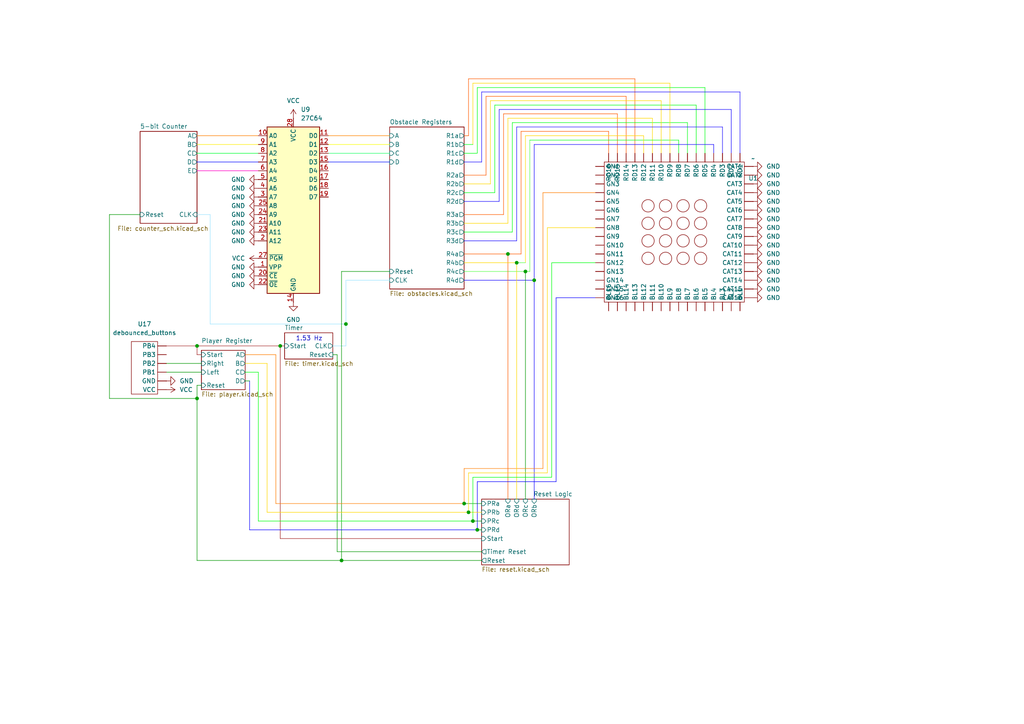
<source format=kicad_sch>
(kicad_sch
	(version 20250114)
	(generator "eeschema")
	(generator_version "9.0")
	(uuid "e8ee49b0-6c92-4580-8670-f3d8867d6cec")
	(paper "A4")
	(lib_symbols
		(symbol "Memory_EPROM:27C64"
			(exclude_from_sim no)
			(in_bom yes)
			(on_board yes)
			(property "Reference" "U"
				(at -7.62 24.13 0)
				(effects
					(font
						(size 1.27 1.27)
					)
				)
			)
			(property "Value" "27C64"
				(at 2.54 -26.67 0)
				(effects
					(font
						(size 1.27 1.27)
					)
					(justify left)
				)
			)
			(property "Footprint" "Package_DIP:DIP-28_W15.24mm"
				(at 0 0 0)
				(effects
					(font
						(size 1.27 1.27)
					)
					(hide yes)
				)
			)
			(property "Datasheet" "http://ww1.microchip.com/downloads/en/DeviceDoc/11107M.pdf"
				(at 0 0 0)
				(effects
					(font
						(size 1.27 1.27)
					)
					(hide yes)
				)
			)
			(property "Description" "OTP EPROM 64 KiBit, [Obsolete 2004-01]"
				(at 0 0 0)
				(effects
					(font
						(size 1.27 1.27)
					)
					(hide yes)
				)
			)
			(property "ki_keywords" "OTP EPROM 64KiBit"
				(at 0 0 0)
				(effects
					(font
						(size 1.27 1.27)
					)
					(hide yes)
				)
			)
			(property "ki_fp_filters" "DIP*W15.24mm*"
				(at 0 0 0)
				(effects
					(font
						(size 1.27 1.27)
					)
					(hide yes)
				)
			)
			(symbol "27C64_1_1"
				(rectangle
					(start -7.62 22.86)
					(end 7.62 -25.4)
					(stroke
						(width 0.254)
						(type default)
					)
					(fill
						(type background)
					)
				)
				(pin input line
					(at -10.16 20.32 0)
					(length 2.54)
					(name "A0"
						(effects
							(font
								(size 1.27 1.27)
							)
						)
					)
					(number "10"
						(effects
							(font
								(size 1.27 1.27)
							)
						)
					)
				)
				(pin input line
					(at -10.16 17.78 0)
					(length 2.54)
					(name "A1"
						(effects
							(font
								(size 1.27 1.27)
							)
						)
					)
					(number "9"
						(effects
							(font
								(size 1.27 1.27)
							)
						)
					)
				)
				(pin input line
					(at -10.16 15.24 0)
					(length 2.54)
					(name "A2"
						(effects
							(font
								(size 1.27 1.27)
							)
						)
					)
					(number "8"
						(effects
							(font
								(size 1.27 1.27)
							)
						)
					)
				)
				(pin input line
					(at -10.16 12.7 0)
					(length 2.54)
					(name "A3"
						(effects
							(font
								(size 1.27 1.27)
							)
						)
					)
					(number "7"
						(effects
							(font
								(size 1.27 1.27)
							)
						)
					)
				)
				(pin input line
					(at -10.16 10.16 0)
					(length 2.54)
					(name "A4"
						(effects
							(font
								(size 1.27 1.27)
							)
						)
					)
					(number "6"
						(effects
							(font
								(size 1.27 1.27)
							)
						)
					)
				)
				(pin input line
					(at -10.16 7.62 0)
					(length 2.54)
					(name "A5"
						(effects
							(font
								(size 1.27 1.27)
							)
						)
					)
					(number "5"
						(effects
							(font
								(size 1.27 1.27)
							)
						)
					)
				)
				(pin input line
					(at -10.16 5.08 0)
					(length 2.54)
					(name "A6"
						(effects
							(font
								(size 1.27 1.27)
							)
						)
					)
					(number "4"
						(effects
							(font
								(size 1.27 1.27)
							)
						)
					)
				)
				(pin input line
					(at -10.16 2.54 0)
					(length 2.54)
					(name "A7"
						(effects
							(font
								(size 1.27 1.27)
							)
						)
					)
					(number "3"
						(effects
							(font
								(size 1.27 1.27)
							)
						)
					)
				)
				(pin input line
					(at -10.16 0 0)
					(length 2.54)
					(name "A8"
						(effects
							(font
								(size 1.27 1.27)
							)
						)
					)
					(number "25"
						(effects
							(font
								(size 1.27 1.27)
							)
						)
					)
				)
				(pin input line
					(at -10.16 -2.54 0)
					(length 2.54)
					(name "A9"
						(effects
							(font
								(size 1.27 1.27)
							)
						)
					)
					(number "24"
						(effects
							(font
								(size 1.27 1.27)
							)
						)
					)
				)
				(pin input line
					(at -10.16 -5.08 0)
					(length 2.54)
					(name "A10"
						(effects
							(font
								(size 1.27 1.27)
							)
						)
					)
					(number "21"
						(effects
							(font
								(size 1.27 1.27)
							)
						)
					)
				)
				(pin input line
					(at -10.16 -7.62 0)
					(length 2.54)
					(name "A11"
						(effects
							(font
								(size 1.27 1.27)
							)
						)
					)
					(number "23"
						(effects
							(font
								(size 1.27 1.27)
							)
						)
					)
				)
				(pin input line
					(at -10.16 -10.16 0)
					(length 2.54)
					(name "A12"
						(effects
							(font
								(size 1.27 1.27)
							)
						)
					)
					(number "2"
						(effects
							(font
								(size 1.27 1.27)
							)
						)
					)
				)
				(pin input line
					(at -10.16 -15.24 0)
					(length 2.54)
					(name "~{PGM}"
						(effects
							(font
								(size 1.27 1.27)
							)
						)
					)
					(number "27"
						(effects
							(font
								(size 1.27 1.27)
							)
						)
					)
				)
				(pin input line
					(at -10.16 -17.78 0)
					(length 2.54)
					(name "VPP"
						(effects
							(font
								(size 1.27 1.27)
							)
						)
					)
					(number "1"
						(effects
							(font
								(size 1.27 1.27)
							)
						)
					)
				)
				(pin input line
					(at -10.16 -20.32 0)
					(length 2.54)
					(name "~{CE}"
						(effects
							(font
								(size 1.27 1.27)
							)
						)
					)
					(number "20"
						(effects
							(font
								(size 1.27 1.27)
							)
						)
					)
				)
				(pin input line
					(at -10.16 -22.86 0)
					(length 2.54)
					(name "~{OE}"
						(effects
							(font
								(size 1.27 1.27)
							)
						)
					)
					(number "22"
						(effects
							(font
								(size 1.27 1.27)
							)
						)
					)
				)
				(pin power_in line
					(at 0 25.4 270)
					(length 2.54)
					(name "VCC"
						(effects
							(font
								(size 1.27 1.27)
							)
						)
					)
					(number "28"
						(effects
							(font
								(size 1.27 1.27)
							)
						)
					)
				)
				(pin power_in line
					(at 0 -27.94 90)
					(length 2.54)
					(name "GND"
						(effects
							(font
								(size 1.27 1.27)
							)
						)
					)
					(number "14"
						(effects
							(font
								(size 1.27 1.27)
							)
						)
					)
				)
				(pin no_connect line
					(at 7.62 0 180)
					(length 2.54)
					(hide yes)
					(name "NC"
						(effects
							(font
								(size 1.27 1.27)
							)
						)
					)
					(number "26"
						(effects
							(font
								(size 1.27 1.27)
							)
						)
					)
				)
				(pin tri_state line
					(at 10.16 20.32 180)
					(length 2.54)
					(name "D0"
						(effects
							(font
								(size 1.27 1.27)
							)
						)
					)
					(number "11"
						(effects
							(font
								(size 1.27 1.27)
							)
						)
					)
				)
				(pin tri_state line
					(at 10.16 17.78 180)
					(length 2.54)
					(name "D1"
						(effects
							(font
								(size 1.27 1.27)
							)
						)
					)
					(number "12"
						(effects
							(font
								(size 1.27 1.27)
							)
						)
					)
				)
				(pin tri_state line
					(at 10.16 15.24 180)
					(length 2.54)
					(name "D2"
						(effects
							(font
								(size 1.27 1.27)
							)
						)
					)
					(number "13"
						(effects
							(font
								(size 1.27 1.27)
							)
						)
					)
				)
				(pin tri_state line
					(at 10.16 12.7 180)
					(length 2.54)
					(name "D3"
						(effects
							(font
								(size 1.27 1.27)
							)
						)
					)
					(number "15"
						(effects
							(font
								(size 1.27 1.27)
							)
						)
					)
				)
				(pin tri_state line
					(at 10.16 10.16 180)
					(length 2.54)
					(name "D4"
						(effects
							(font
								(size 1.27 1.27)
							)
						)
					)
					(number "16"
						(effects
							(font
								(size 1.27 1.27)
							)
						)
					)
				)
				(pin tri_state line
					(at 10.16 7.62 180)
					(length 2.54)
					(name "D5"
						(effects
							(font
								(size 1.27 1.27)
							)
						)
					)
					(number "17"
						(effects
							(font
								(size 1.27 1.27)
							)
						)
					)
				)
				(pin tri_state line
					(at 10.16 5.08 180)
					(length 2.54)
					(name "D6"
						(effects
							(font
								(size 1.27 1.27)
							)
						)
					)
					(number "18"
						(effects
							(font
								(size 1.27 1.27)
							)
						)
					)
				)
				(pin tri_state line
					(at 10.16 2.54 180)
					(length 2.54)
					(name "D7"
						(effects
							(font
								(size 1.27 1.27)
							)
						)
					)
					(number "19"
						(effects
							(font
								(size 1.27 1.27)
							)
						)
					)
				)
			)
			(embedded_fonts no)
		)
		(symbol "Pasquale:debounced_buttons"
			(exclude_from_sim no)
			(in_bom yes)
			(on_board yes)
			(property "Reference" "U"
				(at 0 0 0)
				(effects
					(font
						(size 1.27 1.27)
					)
				)
			)
			(property "Value" "debounced_buttons"
				(at 0 0 0)
				(effects
					(font
						(size 1.27 1.27)
					)
				)
			)
			(property "Footprint" ""
				(at 0 0 0)
				(effects
					(font
						(size 1.27 1.27)
					)
					(hide yes)
				)
			)
			(property "Datasheet" ""
				(at 0 0 0)
				(effects
					(font
						(size 1.27 1.27)
					)
					(hide yes)
				)
			)
			(property "Description" ""
				(at 0 0 0)
				(effects
					(font
						(size 1.27 1.27)
					)
					(hide yes)
				)
			)
			(symbol "debounced_buttons_0_1"
				(rectangle
					(start -7.62 -1.27)
					(end 7.62 -8.89)
					(stroke
						(width 0)
						(type default)
					)
					(fill
						(type none)
					)
				)
			)
			(symbol "debounced_buttons_1_1"
				(pin input line
					(at -6.35 -11.43 90)
					(length 2.54)
					(name "VCC"
						(effects
							(font
								(size 1.27 1.27)
							)
						)
					)
					(number ""
						(effects
							(font
								(size 1.27 1.27)
							)
						)
					)
				)
				(pin input line
					(at -3.81 -11.43 90)
					(length 2.54)
					(name "GND"
						(effects
							(font
								(size 1.27 1.27)
							)
						)
					)
					(number ""
						(effects
							(font
								(size 1.27 1.27)
							)
						)
					)
				)
				(pin output line
					(at -1.27 -11.43 90)
					(length 2.54)
					(name "PB1"
						(effects
							(font
								(size 1.27 1.27)
							)
						)
					)
					(number ""
						(effects
							(font
								(size 1.27 1.27)
							)
						)
					)
				)
				(pin output line
					(at 1.27 -11.43 90)
					(length 2.54)
					(name "PB2"
						(effects
							(font
								(size 1.27 1.27)
							)
						)
					)
					(number ""
						(effects
							(font
								(size 1.27 1.27)
							)
						)
					)
				)
				(pin output line
					(at 3.81 -11.43 90)
					(length 2.54)
					(name "PB3"
						(effects
							(font
								(size 1.27 1.27)
							)
						)
					)
					(number ""
						(effects
							(font
								(size 1.27 1.27)
							)
						)
					)
				)
				(pin output line
					(at 6.35 -11.43 90)
					(length 2.54)
					(name "PB4"
						(effects
							(font
								(size 1.27 1.27)
							)
						)
					)
					(number ""
						(effects
							(font
								(size 1.27 1.27)
							)
						)
					)
				)
			)
			(embedded_fonts no)
		)
		(symbol "Pasquale:rgb-led-matrix"
			(exclude_from_sim no)
			(in_bom yes)
			(on_board yes)
			(property "Reference" "U"
				(at 0 0 0)
				(effects
					(font
						(size 1.27 1.27)
					)
				)
			)
			(property "Value" ""
				(at -17.78 0 0)
				(effects
					(font
						(size 1.27 1.27)
					)
				)
			)
			(property "Footprint" ""
				(at -17.78 0 0)
				(effects
					(font
						(size 1.27 1.27)
					)
					(hide yes)
				)
			)
			(property "Datasheet" ""
				(at -17.78 0 0)
				(effects
					(font
						(size 1.27 1.27)
					)
					(hide yes)
				)
			)
			(property "Description" ""
				(at -17.78 0 0)
				(effects
					(font
						(size 1.27 1.27)
					)
					(hide yes)
				)
			)
			(symbol "rgb-led-matrix_0_1"
				(rectangle
					(start -20.32 -1.27)
					(end 20.32 -41.91)
					(stroke
						(width 0)
						(type default)
					)
					(fill
						(type none)
					)
				)
				(circle
					(center -7.62 -13.97)
					(radius 1.7961)
					(stroke
						(width 0)
						(type default)
					)
					(fill
						(type none)
					)
				)
				(circle
					(center -7.62 -19.05)
					(radius 1.7961)
					(stroke
						(width 0)
						(type default)
					)
					(fill
						(type none)
					)
				)
				(circle
					(center -7.62 -24.13)
					(radius 1.7961)
					(stroke
						(width 0)
						(type default)
					)
					(fill
						(type none)
					)
				)
				(circle
					(center -7.62 -29.21)
					(radius 1.7961)
					(stroke
						(width 0)
						(type default)
					)
					(fill
						(type none)
					)
				)
				(circle
					(center -2.54 -13.97)
					(radius 1.7961)
					(stroke
						(width 0)
						(type default)
					)
					(fill
						(type none)
					)
				)
				(circle
					(center -2.54 -19.05)
					(radius 1.7961)
					(stroke
						(width 0)
						(type default)
					)
					(fill
						(type none)
					)
				)
				(circle
					(center -2.54 -24.13)
					(radius 1.7961)
					(stroke
						(width 0)
						(type default)
					)
					(fill
						(type none)
					)
				)
				(circle
					(center -2.54 -29.21)
					(radius 1.7961)
					(stroke
						(width 0)
						(type default)
					)
					(fill
						(type none)
					)
				)
				(circle
					(center 2.54 -13.97)
					(radius 1.7961)
					(stroke
						(width 0)
						(type default)
					)
					(fill
						(type none)
					)
				)
				(circle
					(center 2.54 -19.05)
					(radius 1.7961)
					(stroke
						(width 0)
						(type default)
					)
					(fill
						(type none)
					)
				)
				(circle
					(center 2.54 -24.13)
					(radius 1.7961)
					(stroke
						(width 0)
						(type default)
					)
					(fill
						(type none)
					)
				)
				(circle
					(center 2.54 -29.21)
					(radius 1.7961)
					(stroke
						(width 0)
						(type default)
					)
					(fill
						(type none)
					)
				)
				(circle
					(center 7.62 -13.97)
					(radius 1.7961)
					(stroke
						(width 0)
						(type default)
					)
					(fill
						(type none)
					)
				)
				(circle
					(center 7.62 -19.05)
					(radius 1.7961)
					(stroke
						(width 0)
						(type default)
					)
					(fill
						(type none)
					)
				)
				(circle
					(center 7.62 -24.13)
					(radius 1.7961)
					(stroke
						(width 0)
						(type default)
					)
					(fill
						(type none)
					)
				)
				(circle
					(center 7.62 -29.21)
					(radius 1.7961)
					(stroke
						(width 0)
						(type default)
					)
					(fill
						(type none)
					)
				)
			)
			(symbol "rgb-led-matrix_1_1"
				(pin input line
					(at -22.86 -2.54 0)
					(length 2.54)
					(name "RD1"
						(effects
							(font
								(size 1.27 1.27)
							)
						)
					)
					(number ""
						(effects
							(font
								(size 1.27 1.27)
							)
						)
					)
				)
				(pin input line
					(at -22.86 -5.08 0)
					(length 2.54)
					(name "RD2"
						(effects
							(font
								(size 1.27 1.27)
							)
						)
					)
					(number ""
						(effects
							(font
								(size 1.27 1.27)
							)
						)
					)
				)
				(pin input line
					(at -22.86 -7.62 0)
					(length 2.54)
					(name "RD3"
						(effects
							(font
								(size 1.27 1.27)
							)
						)
					)
					(number ""
						(effects
							(font
								(size 1.27 1.27)
							)
						)
					)
				)
				(pin input line
					(at -22.86 -10.16 0)
					(length 2.54)
					(name "RD4"
						(effects
							(font
								(size 1.27 1.27)
							)
						)
					)
					(number ""
						(effects
							(font
								(size 1.27 1.27)
							)
						)
					)
				)
				(pin input line
					(at -22.86 -12.7 0)
					(length 2.54)
					(name "RD5"
						(effects
							(font
								(size 1.27 1.27)
							)
						)
					)
					(number ""
						(effects
							(font
								(size 1.27 1.27)
							)
						)
					)
				)
				(pin input line
					(at -22.86 -15.24 0)
					(length 2.54)
					(name "RD6"
						(effects
							(font
								(size 1.27 1.27)
							)
						)
					)
					(number ""
						(effects
							(font
								(size 1.27 1.27)
							)
						)
					)
				)
				(pin input line
					(at -22.86 -17.78 0)
					(length 2.54)
					(name "RD7"
						(effects
							(font
								(size 1.27 1.27)
							)
						)
					)
					(number ""
						(effects
							(font
								(size 1.27 1.27)
							)
						)
					)
				)
				(pin input line
					(at -22.86 -20.32 0)
					(length 2.54)
					(name "RD8"
						(effects
							(font
								(size 1.27 1.27)
							)
						)
					)
					(number ""
						(effects
							(font
								(size 1.27 1.27)
							)
						)
					)
				)
				(pin input line
					(at -22.86 -22.86 0)
					(length 2.54)
					(name "RD9"
						(effects
							(font
								(size 1.27 1.27)
							)
						)
					)
					(number ""
						(effects
							(font
								(size 1.27 1.27)
							)
						)
					)
				)
				(pin input line
					(at -22.86 -25.4 0)
					(length 2.54)
					(name "RD10"
						(effects
							(font
								(size 1.27 1.27)
							)
						)
					)
					(number ""
						(effects
							(font
								(size 1.27 1.27)
							)
						)
					)
				)
				(pin input line
					(at -22.86 -27.94 0)
					(length 2.54)
					(name "RD11"
						(effects
							(font
								(size 1.27 1.27)
							)
						)
					)
					(number ""
						(effects
							(font
								(size 1.27 1.27)
							)
						)
					)
				)
				(pin input line
					(at -22.86 -30.48 0)
					(length 2.54)
					(name "RD12"
						(effects
							(font
								(size 1.27 1.27)
							)
						)
					)
					(number ""
						(effects
							(font
								(size 1.27 1.27)
							)
						)
					)
				)
				(pin input line
					(at -22.86 -33.02 0)
					(length 2.54)
					(name "RD13"
						(effects
							(font
								(size 1.27 1.27)
							)
						)
					)
					(number ""
						(effects
							(font
								(size 1.27 1.27)
							)
						)
					)
				)
				(pin input line
					(at -22.86 -35.56 0)
					(length 2.54)
					(name "RD14"
						(effects
							(font
								(size 1.27 1.27)
							)
						)
					)
					(number ""
						(effects
							(font
								(size 1.27 1.27)
							)
						)
					)
				)
				(pin input line
					(at -22.86 -38.1 0)
					(length 2.54)
					(name "RD15"
						(effects
							(font
								(size 1.27 1.27)
							)
						)
					)
					(number ""
						(effects
							(font
								(size 1.27 1.27)
							)
						)
					)
				)
				(pin input line
					(at -22.86 -40.64 0)
					(length 2.54)
					(name "RD16"
						(effects
							(font
								(size 1.27 1.27)
							)
						)
					)
					(number ""
						(effects
							(font
								(size 1.27 1.27)
							)
						)
					)
				)
				(pin input line
					(at -19.05 1.27 270)
					(length 2.54)
					(name "CAT1"
						(effects
							(font
								(size 1.27 1.27)
							)
						)
					)
					(number ""
						(effects
							(font
								(size 1.27 1.27)
							)
						)
					)
				)
				(pin input line
					(at -19.05 -44.45 90)
					(length 2.54)
					(name "GN1"
						(effects
							(font
								(size 1.27 1.27)
							)
						)
					)
					(number ""
						(effects
							(font
								(size 1.27 1.27)
							)
						)
					)
				)
				(pin input line
					(at -16.51 1.27 270)
					(length 2.54)
					(name "CAT2"
						(effects
							(font
								(size 1.27 1.27)
							)
						)
					)
					(number ""
						(effects
							(font
								(size 1.27 1.27)
							)
						)
					)
				)
				(pin input line
					(at -16.51 -44.45 90)
					(length 2.54)
					(name "GN2"
						(effects
							(font
								(size 1.27 1.27)
							)
						)
					)
					(number ""
						(effects
							(font
								(size 1.27 1.27)
							)
						)
					)
				)
				(pin input line
					(at -13.97 1.27 270)
					(length 2.54)
					(name "CAT3"
						(effects
							(font
								(size 1.27 1.27)
							)
						)
					)
					(number ""
						(effects
							(font
								(size 1.27 1.27)
							)
						)
					)
				)
				(pin input line
					(at -13.97 -44.45 90)
					(length 2.54)
					(name "GN3"
						(effects
							(font
								(size 1.27 1.27)
							)
						)
					)
					(number ""
						(effects
							(font
								(size 1.27 1.27)
							)
						)
					)
				)
				(pin input line
					(at -11.43 1.27 270)
					(length 2.54)
					(name "CAT4"
						(effects
							(font
								(size 1.27 1.27)
							)
						)
					)
					(number ""
						(effects
							(font
								(size 1.27 1.27)
							)
						)
					)
				)
				(pin input line
					(at -11.43 -44.45 90)
					(length 2.54)
					(name "GN4"
						(effects
							(font
								(size 1.27 1.27)
							)
						)
					)
					(number ""
						(effects
							(font
								(size 1.27 1.27)
							)
						)
					)
				)
				(pin input line
					(at -8.89 1.27 270)
					(length 2.54)
					(name "CAT5"
						(effects
							(font
								(size 1.27 1.27)
							)
						)
					)
					(number ""
						(effects
							(font
								(size 1.27 1.27)
							)
						)
					)
				)
				(pin input line
					(at -8.89 -44.45 90)
					(length 2.54)
					(name "GN5"
						(effects
							(font
								(size 1.27 1.27)
							)
						)
					)
					(number ""
						(effects
							(font
								(size 1.27 1.27)
							)
						)
					)
				)
				(pin input line
					(at -6.35 1.27 270)
					(length 2.54)
					(name "CAT6"
						(effects
							(font
								(size 1.27 1.27)
							)
						)
					)
					(number ""
						(effects
							(font
								(size 1.27 1.27)
							)
						)
					)
				)
				(pin input line
					(at -6.35 -44.45 90)
					(length 2.54)
					(name "GN6"
						(effects
							(font
								(size 1.27 1.27)
							)
						)
					)
					(number ""
						(effects
							(font
								(size 1.27 1.27)
							)
						)
					)
				)
				(pin input line
					(at -3.81 1.27 270)
					(length 2.54)
					(name "CAT7"
						(effects
							(font
								(size 1.27 1.27)
							)
						)
					)
					(number ""
						(effects
							(font
								(size 1.27 1.27)
							)
						)
					)
				)
				(pin input line
					(at -3.81 -44.45 90)
					(length 2.54)
					(name "GN7"
						(effects
							(font
								(size 1.27 1.27)
							)
						)
					)
					(number ""
						(effects
							(font
								(size 1.27 1.27)
							)
						)
					)
				)
				(pin input line
					(at -1.27 1.27 270)
					(length 2.54)
					(name "CAT8"
						(effects
							(font
								(size 1.27 1.27)
							)
						)
					)
					(number ""
						(effects
							(font
								(size 1.27 1.27)
							)
						)
					)
				)
				(pin input line
					(at -1.27 -44.45 90)
					(length 2.54)
					(name "GN8"
						(effects
							(font
								(size 1.27 1.27)
							)
						)
					)
					(number ""
						(effects
							(font
								(size 1.27 1.27)
							)
						)
					)
				)
				(pin input line
					(at 1.27 1.27 270)
					(length 2.54)
					(name "CAT9"
						(effects
							(font
								(size 1.27 1.27)
							)
						)
					)
					(number ""
						(effects
							(font
								(size 1.27 1.27)
							)
						)
					)
				)
				(pin input line
					(at 1.27 -44.45 90)
					(length 2.54)
					(name "GN9"
						(effects
							(font
								(size 1.27 1.27)
							)
						)
					)
					(number ""
						(effects
							(font
								(size 1.27 1.27)
							)
						)
					)
				)
				(pin input line
					(at 3.81 1.27 270)
					(length 2.54)
					(name "CAT10"
						(effects
							(font
								(size 1.27 1.27)
							)
						)
					)
					(number ""
						(effects
							(font
								(size 1.27 1.27)
							)
						)
					)
				)
				(pin input line
					(at 3.81 -44.45 90)
					(length 2.54)
					(name "GN10"
						(effects
							(font
								(size 1.27 1.27)
							)
						)
					)
					(number ""
						(effects
							(font
								(size 1.27 1.27)
							)
						)
					)
				)
				(pin input line
					(at 6.35 1.27 270)
					(length 2.54)
					(name "CAT11"
						(effects
							(font
								(size 1.27 1.27)
							)
						)
					)
					(number ""
						(effects
							(font
								(size 1.27 1.27)
							)
						)
					)
				)
				(pin input line
					(at 6.35 -44.45 90)
					(length 2.54)
					(name "GN11"
						(effects
							(font
								(size 1.27 1.27)
							)
						)
					)
					(number ""
						(effects
							(font
								(size 1.27 1.27)
							)
						)
					)
				)
				(pin input line
					(at 8.89 1.27 270)
					(length 2.54)
					(name "CAT12"
						(effects
							(font
								(size 1.27 1.27)
							)
						)
					)
					(number ""
						(effects
							(font
								(size 1.27 1.27)
							)
						)
					)
				)
				(pin input line
					(at 8.89 -44.45 90)
					(length 2.54)
					(name "GN12"
						(effects
							(font
								(size 1.27 1.27)
							)
						)
					)
					(number ""
						(effects
							(font
								(size 1.27 1.27)
							)
						)
					)
				)
				(pin input line
					(at 11.43 1.27 270)
					(length 2.54)
					(name "CAT13"
						(effects
							(font
								(size 1.27 1.27)
							)
						)
					)
					(number ""
						(effects
							(font
								(size 1.27 1.27)
							)
						)
					)
				)
				(pin input line
					(at 11.43 -44.45 90)
					(length 2.54)
					(name "GN13"
						(effects
							(font
								(size 1.27 1.27)
							)
						)
					)
					(number ""
						(effects
							(font
								(size 1.27 1.27)
							)
						)
					)
				)
				(pin input line
					(at 13.97 1.27 270)
					(length 2.54)
					(name "CAT14"
						(effects
							(font
								(size 1.27 1.27)
							)
						)
					)
					(number ""
						(effects
							(font
								(size 1.27 1.27)
							)
						)
					)
				)
				(pin input line
					(at 13.97 -44.45 90)
					(length 2.54)
					(name "GN14"
						(effects
							(font
								(size 1.27 1.27)
							)
						)
					)
					(number ""
						(effects
							(font
								(size 1.27 1.27)
							)
						)
					)
				)
				(pin input line
					(at 16.51 1.27 270)
					(length 2.54)
					(name "CAT15"
						(effects
							(font
								(size 1.27 1.27)
							)
						)
					)
					(number ""
						(effects
							(font
								(size 1.27 1.27)
							)
						)
					)
				)
				(pin input line
					(at 16.51 -44.45 90)
					(length 2.54)
					(name "GN15"
						(effects
							(font
								(size 1.27 1.27)
							)
						)
					)
					(number ""
						(effects
							(font
								(size 1.27 1.27)
							)
						)
					)
				)
				(pin input line
					(at 19.05 1.27 270)
					(length 2.54)
					(name "CAT16"
						(effects
							(font
								(size 1.27 1.27)
							)
						)
					)
					(number ""
						(effects
							(font
								(size 1.27 1.27)
							)
						)
					)
				)
				(pin input line
					(at 19.05 -44.45 90)
					(length 2.54)
					(name "GN16"
						(effects
							(font
								(size 1.27 1.27)
							)
						)
					)
					(number ""
						(effects
							(font
								(size 1.27 1.27)
							)
						)
					)
				)
				(pin input line
					(at 22.86 -2.54 180)
					(length 2.54)
					(name "BL1"
						(effects
							(font
								(size 1.27 1.27)
							)
						)
					)
					(number ""
						(effects
							(font
								(size 1.27 1.27)
							)
						)
					)
				)
				(pin input line
					(at 22.86 -5.08 180)
					(length 2.54)
					(name "BL2"
						(effects
							(font
								(size 1.27 1.27)
							)
						)
					)
					(number ""
						(effects
							(font
								(size 1.27 1.27)
							)
						)
					)
				)
				(pin input line
					(at 22.86 -7.62 180)
					(length 2.54)
					(name "BL3"
						(effects
							(font
								(size 1.27 1.27)
							)
						)
					)
					(number ""
						(effects
							(font
								(size 1.27 1.27)
							)
						)
					)
				)
				(pin input line
					(at 22.86 -10.16 180)
					(length 2.54)
					(name "BL4"
						(effects
							(font
								(size 1.27 1.27)
							)
						)
					)
					(number ""
						(effects
							(font
								(size 1.27 1.27)
							)
						)
					)
				)
				(pin input line
					(at 22.86 -12.7 180)
					(length 2.54)
					(name "BL5"
						(effects
							(font
								(size 1.27 1.27)
							)
						)
					)
					(number ""
						(effects
							(font
								(size 1.27 1.27)
							)
						)
					)
				)
				(pin input line
					(at 22.86 -15.24 180)
					(length 2.54)
					(name "BL6"
						(effects
							(font
								(size 1.27 1.27)
							)
						)
					)
					(number ""
						(effects
							(font
								(size 1.27 1.27)
							)
						)
					)
				)
				(pin input line
					(at 22.86 -17.78 180)
					(length 2.54)
					(name "BL7"
						(effects
							(font
								(size 1.27 1.27)
							)
						)
					)
					(number ""
						(effects
							(font
								(size 1.27 1.27)
							)
						)
					)
				)
				(pin input line
					(at 22.86 -20.32 180)
					(length 2.54)
					(name "BL8"
						(effects
							(font
								(size 1.27 1.27)
							)
						)
					)
					(number ""
						(effects
							(font
								(size 1.27 1.27)
							)
						)
					)
				)
				(pin input line
					(at 22.86 -22.86 180)
					(length 2.54)
					(name "BL9"
						(effects
							(font
								(size 1.27 1.27)
							)
						)
					)
					(number ""
						(effects
							(font
								(size 1.27 1.27)
							)
						)
					)
				)
				(pin input line
					(at 22.86 -25.4 180)
					(length 2.54)
					(name "BL10"
						(effects
							(font
								(size 1.27 1.27)
							)
						)
					)
					(number ""
						(effects
							(font
								(size 1.27 1.27)
							)
						)
					)
				)
				(pin input line
					(at 22.86 -27.94 180)
					(length 2.54)
					(name "BL11"
						(effects
							(font
								(size 1.27 1.27)
							)
						)
					)
					(number ""
						(effects
							(font
								(size 1.27 1.27)
							)
						)
					)
				)
				(pin input line
					(at 22.86 -30.48 180)
					(length 2.54)
					(name "BL12"
						(effects
							(font
								(size 1.27 1.27)
							)
						)
					)
					(number ""
						(effects
							(font
								(size 1.27 1.27)
							)
						)
					)
				)
				(pin input line
					(at 22.86 -33.02 180)
					(length 2.54)
					(name "BL13"
						(effects
							(font
								(size 1.27 1.27)
							)
						)
					)
					(number ""
						(effects
							(font
								(size 1.27 1.27)
							)
						)
					)
				)
				(pin input line
					(at 22.86 -35.56 180)
					(length 2.54)
					(name "BL14"
						(effects
							(font
								(size 1.27 1.27)
							)
						)
					)
					(number ""
						(effects
							(font
								(size 1.27 1.27)
							)
						)
					)
				)
				(pin input line
					(at 22.86 -38.1 180)
					(length 2.54)
					(name "BL15"
						(effects
							(font
								(size 1.27 1.27)
							)
						)
					)
					(number ""
						(effects
							(font
								(size 1.27 1.27)
							)
						)
					)
				)
				(pin input line
					(at 22.86 -40.64 180)
					(length 2.54)
					(name "BL16"
						(effects
							(font
								(size 1.27 1.27)
							)
						)
					)
					(number ""
						(effects
							(font
								(size 1.27 1.27)
							)
						)
					)
				)
			)
			(embedded_fonts no)
		)
		(symbol "power:GND"
			(power)
			(pin_numbers
				(hide yes)
			)
			(pin_names
				(offset 0)
				(hide yes)
			)
			(exclude_from_sim no)
			(in_bom yes)
			(on_board yes)
			(property "Reference" "#PWR"
				(at 0 -6.35 0)
				(effects
					(font
						(size 1.27 1.27)
					)
					(hide yes)
				)
			)
			(property "Value" "GND"
				(at 0 -3.81 0)
				(effects
					(font
						(size 1.27 1.27)
					)
				)
			)
			(property "Footprint" ""
				(at 0 0 0)
				(effects
					(font
						(size 1.27 1.27)
					)
					(hide yes)
				)
			)
			(property "Datasheet" ""
				(at 0 0 0)
				(effects
					(font
						(size 1.27 1.27)
					)
					(hide yes)
				)
			)
			(property "Description" "Power symbol creates a global label with name \"GND\" , ground"
				(at 0 0 0)
				(effects
					(font
						(size 1.27 1.27)
					)
					(hide yes)
				)
			)
			(property "ki_keywords" "global power"
				(at 0 0 0)
				(effects
					(font
						(size 1.27 1.27)
					)
					(hide yes)
				)
			)
			(symbol "GND_0_1"
				(polyline
					(pts
						(xy 0 0) (xy 0 -1.27) (xy 1.27 -1.27) (xy 0 -2.54) (xy -1.27 -1.27) (xy 0 -1.27)
					)
					(stroke
						(width 0)
						(type default)
					)
					(fill
						(type none)
					)
				)
			)
			(symbol "GND_1_1"
				(pin power_in line
					(at 0 0 270)
					(length 0)
					(name "~"
						(effects
							(font
								(size 1.27 1.27)
							)
						)
					)
					(number "1"
						(effects
							(font
								(size 1.27 1.27)
							)
						)
					)
				)
			)
			(embedded_fonts no)
		)
		(symbol "power:VCC"
			(power)
			(pin_numbers
				(hide yes)
			)
			(pin_names
				(offset 0)
				(hide yes)
			)
			(exclude_from_sim no)
			(in_bom yes)
			(on_board yes)
			(property "Reference" "#PWR"
				(at 0 -3.81 0)
				(effects
					(font
						(size 1.27 1.27)
					)
					(hide yes)
				)
			)
			(property "Value" "VCC"
				(at 0 3.556 0)
				(effects
					(font
						(size 1.27 1.27)
					)
				)
			)
			(property "Footprint" ""
				(at 0 0 0)
				(effects
					(font
						(size 1.27 1.27)
					)
					(hide yes)
				)
			)
			(property "Datasheet" ""
				(at 0 0 0)
				(effects
					(font
						(size 1.27 1.27)
					)
					(hide yes)
				)
			)
			(property "Description" "Power symbol creates a global label with name \"VCC\""
				(at 0 0 0)
				(effects
					(font
						(size 1.27 1.27)
					)
					(hide yes)
				)
			)
			(property "ki_keywords" "global power"
				(at 0 0 0)
				(effects
					(font
						(size 1.27 1.27)
					)
					(hide yes)
				)
			)
			(symbol "VCC_0_1"
				(polyline
					(pts
						(xy -0.762 1.27) (xy 0 2.54)
					)
					(stroke
						(width 0)
						(type default)
					)
					(fill
						(type none)
					)
				)
				(polyline
					(pts
						(xy 0 2.54) (xy 0.762 1.27)
					)
					(stroke
						(width 0)
						(type default)
					)
					(fill
						(type none)
					)
				)
				(polyline
					(pts
						(xy 0 0) (xy 0 2.54)
					)
					(stroke
						(width 0)
						(type default)
					)
					(fill
						(type none)
					)
				)
			)
			(symbol "VCC_1_1"
				(pin power_in line
					(at 0 0 90)
					(length 0)
					(name "~"
						(effects
							(font
								(size 1.27 1.27)
							)
						)
					)
					(number "1"
						(effects
							(font
								(size 1.27 1.27)
							)
						)
					)
				)
			)
			(embedded_fonts no)
		)
	)
	(text "1.53 Hz"
		(exclude_from_sim no)
		(at 89.662 98.298 0)
		(effects
			(font
				(size 1.27 1.27)
			)
		)
		(uuid "fb83dc71-6430-4e30-b773-3fba4f1f99fd")
	)
	(junction
		(at 99.06 162.56)
		(diameter 0)
		(color 0 0 0 0)
		(uuid "491c3b38-4e5c-4b22-b802-0e2fe1c3126e")
	)
	(junction
		(at 135.89 148.59)
		(diameter 0)
		(color 0 0 0 0)
		(uuid "5d4f62b2-dd2b-4890-b46d-82a0f720cfc2")
	)
	(junction
		(at 57.15 100.33)
		(diameter 0)
		(color 0 0 0 0)
		(uuid "6739c429-9c9c-4ada-afc6-1f699f5d541e")
	)
	(junction
		(at 138.43 153.67)
		(diameter 0)
		(color 0 0 0 0)
		(uuid "8a57bdaa-5724-4315-88a0-009ae567b954")
	)
	(junction
		(at 137.16 151.13)
		(diameter 0)
		(color 0 0 0 0)
		(uuid "8ccc7072-7192-45eb-8650-6ec31fdc3272")
	)
	(junction
		(at 134.62 146.05)
		(diameter 0)
		(color 0 0 0 0)
		(uuid "a25d36bf-7ea0-4109-8bdc-c1c18bb4d5e4")
	)
	(junction
		(at 147.32 73.66)
		(diameter 0)
		(color 0 0 0 0)
		(uuid "a551b10a-d941-447a-874e-9106f36a4b46")
	)
	(junction
		(at 154.94 81.28)
		(diameter 0)
		(color 0 0 0 0)
		(uuid "dfefcf4c-e2bd-4aa9-a598-0d21755568f0")
	)
	(junction
		(at 57.15 115.57)
		(diameter 0)
		(color 0 0 0 0)
		(uuid "e5f2f09d-8f44-43f2-b987-cb06ce2d01af")
	)
	(junction
		(at 152.4 78.74)
		(diameter 0)
		(color 0 0 0 0)
		(uuid "e8dfbe6a-5ad4-441d-a512-cd523044d35f")
	)
	(junction
		(at 81.28 100.33)
		(diameter 0)
		(color 0 0 0 0)
		(uuid "eb3fb2a1-928b-48c5-89c7-2c4b0f8654c7")
	)
	(junction
		(at 100.33 93.98)
		(diameter 0)
		(color 0 0 0 0)
		(uuid "f9bdf024-052d-44e1-8d84-4d16f9ed706a")
	)
	(junction
		(at 149.86 76.2)
		(diameter 0)
		(color 0 0 0 0)
		(uuid "fd66e3d8-f63e-42a2-9e2d-fd4ec6b256ec")
	)
	(wire
		(pts
			(xy 74.93 107.95) (xy 74.93 151.13)
		)
		(stroke
			(width 0)
			(type default)
			(color 0 255 14 1)
		)
		(uuid "004b6bf3-4ded-433e-8e88-efa604cb5aae")
	)
	(wire
		(pts
			(xy 57.15 44.45) (xy 74.93 44.45)
		)
		(stroke
			(width 0)
			(type default)
			(color 0 255 51 1)
		)
		(uuid "01129d60-3af0-4148-9095-699241affa3a")
	)
	(wire
		(pts
			(xy 157.48 55.88) (xy 157.48 135.89)
		)
		(stroke
			(width 0)
			(type default)
			(color 255 125 0 1)
		)
		(uuid "0151d167-9765-44c9-b594-f6c925d47a2c")
	)
	(wire
		(pts
			(xy 148.59 67.31) (xy 148.59 35.56)
		)
		(stroke
			(width 0)
			(type default)
			(color 0 255 19 1)
		)
		(uuid "048aa3f9-53f7-4995-adc6-a54adcbb809f")
	)
	(wire
		(pts
			(xy 157.48 135.89) (xy 134.62 135.89)
		)
		(stroke
			(width 0)
			(type default)
			(color 255 125 0 1)
		)
		(uuid "05302c6b-793f-4693-be3f-a786de863b3c")
	)
	(wire
		(pts
			(xy 134.62 81.28) (xy 154.94 81.28)
		)
		(stroke
			(width 0)
			(type default)
			(color 27 13 255 1)
		)
		(uuid "05546c6c-da86-4ff5-905e-18ab49df466f")
	)
	(wire
		(pts
			(xy 80.01 146.05) (xy 134.62 146.05)
		)
		(stroke
			(width 0)
			(type default)
			(color 255 125 0 1)
		)
		(uuid "056bf0ed-244c-4ca2-b1e5-9a77b034c573")
	)
	(wire
		(pts
			(xy 57.15 162.56) (xy 99.06 162.56)
		)
		(stroke
			(width 0)
			(type default)
		)
		(uuid "06c2fa38-3c57-46c9-b3b3-72ffc4a16ca4")
	)
	(wire
		(pts
			(xy 134.62 69.85) (xy 149.86 69.85)
		)
		(stroke
			(width 0)
			(type default)
			(color 27 13 255 1)
		)
		(uuid "088f4c07-0856-46db-bef3-03849cdd02e3")
	)
	(wire
		(pts
			(xy 135.89 22.86) (xy 184.15 22.86)
		)
		(stroke
			(width 0)
			(type default)
			(color 255 90 1 1)
		)
		(uuid "0a59e5a5-f8da-41a0-bdbb-671aafc3d605")
	)
	(wire
		(pts
			(xy 134.62 58.42) (xy 144.78 58.42)
		)
		(stroke
			(width 0)
			(type default)
			(color 27 13 255 1)
		)
		(uuid "0ff927ab-edeb-4f87-9987-1a1c57c20ac1")
	)
	(wire
		(pts
			(xy 154.94 81.28) (xy 154.94 144.78)
		)
		(stroke
			(width 0)
			(type default)
			(color 27 13 255 1)
		)
		(uuid "1611520d-ec38-4f36-9644-efb256826ebb")
	)
	(wire
		(pts
			(xy 57.15 100.33) (xy 81.28 100.33)
		)
		(stroke
			(width 0)
			(type default)
			(color 165 42 42 1)
		)
		(uuid "1a4bfe85-ddc0-4806-a139-9faee77b3d97")
	)
	(wire
		(pts
			(xy 212.09 31.75) (xy 212.09 44.45)
		)
		(stroke
			(width 0)
			(type default)
			(color 27 13 255 1)
		)
		(uuid "1d97cef1-f488-496d-b091-5024991e7384")
	)
	(wire
		(pts
			(xy 140.97 27.94) (xy 181.61 27.94)
		)
		(stroke
			(width 0)
			(type default)
			(color 255 90 1 1)
		)
		(uuid "1e8f280c-cba9-448a-8597-06b9302c904b")
	)
	(wire
		(pts
			(xy 57.15 46.99) (xy 74.93 46.99)
		)
		(stroke
			(width 0)
			(type default)
			(color 0 4 255 1)
		)
		(uuid "26205859-fef7-4b26-a80f-006089361dec")
	)
	(wire
		(pts
			(xy 134.62 55.88) (xy 143.51 55.88)
		)
		(stroke
			(width 0)
			(type default)
			(color 0 255 19 1)
		)
		(uuid "262b9994-8216-4d64-a0c4-7f1802d3c3e1")
	)
	(wire
		(pts
			(xy 71.12 110.49) (xy 72.39 110.49)
		)
		(stroke
			(width 0)
			(type default)
		)
		(uuid "292e9ab2-b09d-4e0d-b982-5d360bd13f04")
	)
	(wire
		(pts
			(xy 72.39 153.67) (xy 138.43 153.67)
		)
		(stroke
			(width 0)
			(type default)
			(color 8 0 255 1)
		)
		(uuid "32b4fa6c-5fde-474f-8fad-ab8429298567")
	)
	(wire
		(pts
			(xy 160.02 76.2) (xy 172.72 76.2)
		)
		(stroke
			(width 0)
			(type default)
			(color 0 255 14 1)
		)
		(uuid "35563559-89fe-4efb-b499-6e73d09e2685")
	)
	(wire
		(pts
			(xy 209.55 36.83) (xy 209.55 44.45)
		)
		(stroke
			(width 0)
			(type default)
			(color 27 13 255 1)
		)
		(uuid "364ff3d4-e2ec-4c56-b863-28f4f0af7933")
	)
	(wire
		(pts
			(xy 134.62 64.77) (xy 147.32 64.77)
		)
		(stroke
			(width 0)
			(type default)
			(color 255 216 0 1)
		)
		(uuid "37ebd8cf-fcb5-44d6-9253-40b738d7c5ba")
	)
	(wire
		(pts
			(xy 138.43 44.45) (xy 138.43 25.4)
		)
		(stroke
			(width 0)
			(type default)
			(color 0 255 19 1)
		)
		(uuid "3994300b-1b4e-4548-8af4-ca3d090c46e3")
	)
	(wire
		(pts
			(xy 139.7 26.67) (xy 214.63 26.67)
		)
		(stroke
			(width 0)
			(type default)
			(color 27 13 255 1)
		)
		(uuid "3a09e92a-5be8-4f1a-af5c-855439c36e06")
	)
	(wire
		(pts
			(xy 194.31 24.13) (xy 194.31 44.45)
		)
		(stroke
			(width 0)
			(type default)
			(color 255 216 0 1)
		)
		(uuid "3a2dd33d-8091-4db3-afe2-412f87b4a26c")
	)
	(wire
		(pts
			(xy 135.89 148.59) (xy 139.7 148.59)
		)
		(stroke
			(width 0)
			(type default)
			(color 255 216 0 1)
		)
		(uuid "3a54f8ab-ccad-4244-bb4c-e8c53cc15c40")
	)
	(wire
		(pts
			(xy 135.89 39.37) (xy 135.89 22.86)
		)
		(stroke
			(width 0)
			(type default)
			(color 255 90 1 1)
		)
		(uuid "3cd5cea8-bff2-4f3a-9386-9331975c3458")
	)
	(wire
		(pts
			(xy 179.07 33.02) (xy 179.07 44.45)
		)
		(stroke
			(width 0)
			(type default)
			(color 255 90 1 1)
		)
		(uuid "3dec5816-8109-43bd-b97c-78c29493719f")
	)
	(wire
		(pts
			(xy 147.32 73.66) (xy 147.32 144.78)
		)
		(stroke
			(width 0)
			(type default)
			(color 255 90 1 1)
		)
		(uuid "3f61a5b4-f596-4abf-b7bd-ea1da348b764")
	)
	(wire
		(pts
			(xy 158.75 137.16) (xy 135.89 137.16)
		)
		(stroke
			(width 0)
			(type default)
			(color 255 216 0 1)
		)
		(uuid "4006ea08-f722-4563-b015-6b0b9db07915")
	)
	(wire
		(pts
			(xy 154.94 81.28) (xy 154.94 41.91)
		)
		(stroke
			(width 0)
			(type default)
			(color 27 13 255 1)
		)
		(uuid "4175e369-3235-408c-9814-c09f109b35e0")
	)
	(wire
		(pts
			(xy 146.05 33.02) (xy 179.07 33.02)
		)
		(stroke
			(width 0)
			(type default)
			(color 255 90 1 1)
		)
		(uuid "42b06672-a5e4-4fd6-8d26-7d5d3a14e0d9")
	)
	(wire
		(pts
			(xy 48.26 100.33) (xy 57.15 100.33)
		)
		(stroke
			(width 0)
			(type default)
			(color 165 42 42 1)
		)
		(uuid "44d4b4f9-0fef-49c5-8836-17e4896ffb98")
	)
	(wire
		(pts
			(xy 96.52 100.33) (xy 100.33 100.33)
		)
		(stroke
			(width 0)
			(type default)
			(color 159 228 255 1)
		)
		(uuid "472b515c-ae01-4a8c-8e98-d3c6182f30d7")
	)
	(wire
		(pts
			(xy 80.01 102.87) (xy 80.01 146.05)
		)
		(stroke
			(width 0)
			(type default)
			(color 255 125 0 1)
		)
		(uuid "4a09c54e-232d-4a33-9c65-e07b00e3da03")
	)
	(wire
		(pts
			(xy 214.63 26.67) (xy 214.63 44.45)
		)
		(stroke
			(width 0)
			(type default)
			(color 27 13 255 1)
		)
		(uuid "4a8a3b53-9fa9-4330-9236-4f2bc0b3a99d")
	)
	(wire
		(pts
			(xy 152.4 39.37) (xy 186.69 39.37)
		)
		(stroke
			(width 0)
			(type default)
			(color 255 216 0 1)
		)
		(uuid "4b3cf101-0572-47af-8c94-b8cd4be64258")
	)
	(wire
		(pts
			(xy 71.12 107.95) (xy 74.93 107.95)
		)
		(stroke
			(width 0)
			(type default)
			(color 0 255 14 1)
		)
		(uuid "53f520e7-bbd1-4d1a-b5fd-9dc49b8fd999")
	)
	(wire
		(pts
			(xy 151.13 38.1) (xy 176.53 38.1)
		)
		(stroke
			(width 0)
			(type default)
			(color 255 90 1 1)
		)
		(uuid "54645813-676f-4d39-8ab8-956d24b9f87c")
	)
	(wire
		(pts
			(xy 81.28 100.33) (xy 82.55 100.33)
		)
		(stroke
			(width 0)
			(type default)
			(color 165 42 42 1)
		)
		(uuid "5607bae6-9de0-4760-9d92-399bee126de5")
	)
	(wire
		(pts
			(xy 201.93 30.48) (xy 201.93 44.45)
		)
		(stroke
			(width 0)
			(type default)
			(color 0 255 19 1)
		)
		(uuid "5717cc16-8b51-4213-9ae3-9676b6174793")
	)
	(wire
		(pts
			(xy 138.43 153.67) (xy 139.7 153.67)
		)
		(stroke
			(width 0)
			(type default)
		)
		(uuid "581a9222-5a4e-4304-ae2f-836e638da3dc")
	)
	(wire
		(pts
			(xy 143.51 55.88) (xy 143.51 30.48)
		)
		(stroke
			(width 0)
			(type default)
			(color 0 255 19 1)
		)
		(uuid "59856ddf-3d1b-4a5d-bbdb-d637f1a0484b")
	)
	(wire
		(pts
			(xy 143.51 30.48) (xy 201.93 30.48)
		)
		(stroke
			(width 0)
			(type default)
			(color 0 255 19 1)
		)
		(uuid "5a62a57f-5f2d-4731-8db3-9e2d9520338d")
	)
	(wire
		(pts
			(xy 40.64 62.23) (xy 31.75 62.23)
		)
		(stroke
			(width 0)
			(type default)
		)
		(uuid "5af0969c-be68-4611-bc0e-96e1fe9d5f62")
	)
	(wire
		(pts
			(xy 60.96 62.23) (xy 57.15 62.23)
		)
		(stroke
			(width 0)
			(type default)
			(color 159 228 255 1)
		)
		(uuid "5bc3a56e-6567-4dae-a1b1-14d2ae261d71")
	)
	(wire
		(pts
			(xy 189.23 34.29) (xy 189.23 44.45)
		)
		(stroke
			(width 0)
			(type default)
			(color 255 216 0 1)
		)
		(uuid "5df97fd7-24d7-472f-8f2a-0f9dbf7751d5")
	)
	(wire
		(pts
			(xy 134.62 53.34) (xy 142.24 53.34)
		)
		(stroke
			(width 0)
			(type default)
			(color 255 216 0 1)
		)
		(uuid "60366c54-dacb-4c0f-a48c-2aee0821c2fa")
	)
	(wire
		(pts
			(xy 152.4 76.2) (xy 152.4 39.37)
		)
		(stroke
			(width 0)
			(type default)
			(color 255 216 0 1)
		)
		(uuid "609ce6b5-799b-4bd1-b832-091ed86d1a3c")
	)
	(wire
		(pts
			(xy 48.26 105.41) (xy 58.42 105.41)
		)
		(stroke
			(width 0)
			(type default)
		)
		(uuid "60f5de55-29ff-4547-adaa-36f52081f90f")
	)
	(wire
		(pts
			(xy 147.32 34.29) (xy 189.23 34.29)
		)
		(stroke
			(width 0)
			(type default)
			(color 255 216 0 1)
		)
		(uuid "63fee0f1-ecbd-4056-a6ec-a2b380cde4ef")
	)
	(wire
		(pts
			(xy 157.48 55.88) (xy 172.72 55.88)
		)
		(stroke
			(width 0)
			(type default)
			(color 255 125 0 1)
		)
		(uuid "667f338e-8e46-42e6-b8e7-cd42ed4328dc")
	)
	(wire
		(pts
			(xy 134.62 78.74) (xy 152.4 78.74)
		)
		(stroke
			(width 0)
			(type default)
			(color 92 255 79 1)
		)
		(uuid "66d0bf4a-73eb-4e85-a231-934c7ed83a78")
	)
	(wire
		(pts
			(xy 100.33 81.28) (xy 100.33 93.98)
		)
		(stroke
			(width 0)
			(type default)
			(color 159 228 255 1)
		)
		(uuid "6723705c-3558-43df-ae02-7e7c195de610")
	)
	(wire
		(pts
			(xy 139.7 46.99) (xy 139.7 26.67)
		)
		(stroke
			(width 0)
			(type default)
			(color 27 13 255 1)
		)
		(uuid "68f65e2a-ab9a-4f99-bcd6-5afc33f5375a")
	)
	(wire
		(pts
			(xy 134.62 67.31) (xy 148.59 67.31)
		)
		(stroke
			(width 0)
			(type default)
			(color 0 255 19 1)
		)
		(uuid "6a3b7a6f-7c72-441f-96d6-a87bfc2ca659")
	)
	(wire
		(pts
			(xy 57.15 39.37) (xy 74.93 39.37)
		)
		(stroke
			(width 0)
			(type default)
			(color 255 126 0 1)
		)
		(uuid "6b46cf4c-31ad-49af-9f41-41d0c7bdd158")
	)
	(wire
		(pts
			(xy 176.53 38.1) (xy 176.53 44.45)
		)
		(stroke
			(width 0)
			(type default)
			(color 255 90 1 1)
		)
		(uuid "6cf4616b-0e37-4c12-a59f-a0cacecaa745")
	)
	(wire
		(pts
			(xy 95.25 41.91) (xy 113.03 41.91)
		)
		(stroke
			(width 0)
			(type default)
			(color 247 255 0 1)
		)
		(uuid "6f1ced97-bc0a-4640-95d1-9ca61254ae2d")
	)
	(wire
		(pts
			(xy 160.02 76.2) (xy 160.02 138.43)
		)
		(stroke
			(width 0)
			(type default)
			(color 0 255 14 1)
		)
		(uuid "6fd30943-4400-46ab-8030-90aaf5855955")
	)
	(wire
		(pts
			(xy 158.75 66.04) (xy 158.75 137.16)
		)
		(stroke
			(width 0)
			(type default)
			(color 255 216 0 1)
		)
		(uuid "70d76a1a-422a-4daf-92bc-ac27cda8ec60")
	)
	(wire
		(pts
			(xy 158.75 66.04) (xy 172.72 66.04)
		)
		(stroke
			(width 0)
			(type default)
			(color 255 216 0 1)
		)
		(uuid "72877c8e-47da-42ea-8982-639d303619f9")
	)
	(wire
		(pts
			(xy 57.15 115.57) (xy 57.15 162.56)
		)
		(stroke
			(width 0)
			(type default)
		)
		(uuid "73136918-1bb1-4dae-aaab-182f618f27f5")
	)
	(wire
		(pts
			(xy 99.06 78.74) (xy 113.03 78.74)
		)
		(stroke
			(width 0)
			(type default)
		)
		(uuid "746c6f95-0f2f-49c0-9964-9ba9d81a1034")
	)
	(wire
		(pts
			(xy 134.62 44.45) (xy 138.43 44.45)
		)
		(stroke
			(width 0)
			(type default)
			(color 0 255 19 1)
		)
		(uuid "769851ca-fb75-4e06-8931-01b0fe68eb4c")
	)
	(wire
		(pts
			(xy 181.61 27.94) (xy 181.61 44.45)
		)
		(stroke
			(width 0)
			(type default)
			(color 255 90 1 1)
		)
		(uuid "77ae6ffe-c02d-4ddf-ad9f-7cd33f257ce0")
	)
	(wire
		(pts
			(xy 134.62 73.66) (xy 147.32 73.66)
		)
		(stroke
			(width 0)
			(type default)
			(color 255 90 1 1)
		)
		(uuid "795ae84c-5fbb-4e98-9367-315b1cade921")
	)
	(wire
		(pts
			(xy 60.96 93.98) (xy 100.33 93.98)
		)
		(stroke
			(width 0)
			(type default)
			(color 159 228 255 1)
		)
		(uuid "7e4aee98-7b3a-4a77-90c3-ce2a1a57fab6")
	)
	(wire
		(pts
			(xy 144.78 31.75) (xy 212.09 31.75)
		)
		(stroke
			(width 0)
			(type default)
			(color 27 13 255 1)
		)
		(uuid "7f106e23-ca46-4a24-a22f-f769dd924491")
	)
	(wire
		(pts
			(xy 31.75 62.23) (xy 31.75 115.57)
		)
		(stroke
			(width 0)
			(type default)
		)
		(uuid "808b44d4-6e06-4fed-8bc6-620fbb508b44")
	)
	(wire
		(pts
			(xy 81.28 156.21) (xy 139.7 156.21)
		)
		(stroke
			(width 0)
			(type default)
			(color 165 42 42 1)
		)
		(uuid "85b670ff-9929-4a80-8c76-f6f3265efdaa")
	)
	(wire
		(pts
			(xy 58.42 102.87) (xy 57.15 102.87)
		)
		(stroke
			(width 0)
			(type default)
			(color 165 42 42 1)
		)
		(uuid "86aadc68-d074-4e23-b3dd-0f7710f977c9")
	)
	(wire
		(pts
			(xy 134.62 46.99) (xy 139.7 46.99)
		)
		(stroke
			(width 0)
			(type default)
			(color 27 13 255 1)
		)
		(uuid "873cf2ab-3590-44f8-a77a-d6a2d6850923")
	)
	(wire
		(pts
			(xy 81.28 100.33) (xy 81.28 156.21)
		)
		(stroke
			(width 0)
			(type default)
			(color 165 42 42 1)
		)
		(uuid "8a07c7a1-6925-40c4-912d-5cd8c673f639")
	)
	(wire
		(pts
			(xy 142.24 53.34) (xy 142.24 29.21)
		)
		(stroke
			(width 0)
			(type default)
			(color 255 216 0 1)
		)
		(uuid "8eb1381d-e432-4b3b-a3f2-6f5ecc30948e")
	)
	(wire
		(pts
			(xy 196.85 40.64) (xy 196.85 44.45)
		)
		(stroke
			(width 0)
			(type default)
			(color 0 255 19 1)
		)
		(uuid "8f54250d-2510-44bd-855e-01296a79bb72")
	)
	(wire
		(pts
			(xy 134.62 41.91) (xy 137.16 41.91)
		)
		(stroke
			(width 0)
			(type default)
			(color 0 255 19 1)
		)
		(uuid "90b807d5-a62d-40d1-99ce-3d46460a2c23")
	)
	(wire
		(pts
			(xy 100.33 93.98) (xy 100.33 100.33)
		)
		(stroke
			(width 0)
			(type default)
			(color 159 228 255 1)
		)
		(uuid "92e56f19-670d-4bbd-bb78-7c22a020ee2a")
	)
	(wire
		(pts
			(xy 137.16 41.91) (xy 137.16 24.13)
		)
		(stroke
			(width 0)
			(type default)
			(color 255 216 0 1)
		)
		(uuid "937eefd0-f20b-4eb6-b9f8-d05dd60c78d7")
	)
	(wire
		(pts
			(xy 153.67 40.64) (xy 196.85 40.64)
		)
		(stroke
			(width 0)
			(type default)
			(color 0 255 19 1)
		)
		(uuid "945eb024-bb39-479d-9be0-48c29d8f14b4")
	)
	(wire
		(pts
			(xy 95.25 39.37) (xy 113.03 39.37)
		)
		(stroke
			(width 0)
			(type default)
			(color 255 133 0 1)
		)
		(uuid "94cb23b0-8be7-47c6-9161-c3b1dd6379bb")
	)
	(wire
		(pts
			(xy 142.24 29.21) (xy 191.77 29.21)
		)
		(stroke
			(width 0)
			(type default)
			(color 255 216 0 1)
		)
		(uuid "95691429-d594-4944-8e85-bdd9e99eeac3")
	)
	(wire
		(pts
			(xy 99.06 78.74) (xy 99.06 162.56)
		)
		(stroke
			(width 0)
			(type default)
		)
		(uuid "95c25306-a53e-4f89-a31d-41c0e1b18586")
	)
	(wire
		(pts
			(xy 71.12 105.41) (xy 77.47 105.41)
		)
		(stroke
			(width 0)
			(type default)
			(color 255 216 0 1)
		)
		(uuid "9b525d3a-3aa1-4a02-9620-8cad9e639358")
	)
	(wire
		(pts
			(xy 161.29 86.36) (xy 172.72 86.36)
		)
		(stroke
			(width 0)
			(type default)
			(color 8 0 255 1)
		)
		(uuid "9d68dfaa-8690-4e2b-8b78-cd8cf25a47d6")
	)
	(wire
		(pts
			(xy 77.47 148.59) (xy 135.89 148.59)
		)
		(stroke
			(width 0)
			(type default)
			(color 255 216 0 1)
		)
		(uuid "9d88851c-10df-4349-b886-24692de77e94")
	)
	(wire
		(pts
			(xy 147.32 64.77) (xy 147.32 34.29)
		)
		(stroke
			(width 0)
			(type default)
			(color 255 216 0 1)
		)
		(uuid "9e748c9b-90ad-496d-b7fb-61c7c5419a17")
	)
	(wire
		(pts
			(xy 139.7 160.02) (xy 97.79 160.02)
		)
		(stroke
			(width 0)
			(type default)
		)
		(uuid "a076a0d0-1f25-440d-a8ab-bc9fb9a0ca54")
	)
	(wire
		(pts
			(xy 147.32 73.66) (xy 151.13 73.66)
		)
		(stroke
			(width 0)
			(type default)
			(color 255 90 1 1)
		)
		(uuid "a37eed15-d0dc-4938-9b0d-e7ba02a802c3")
	)
	(wire
		(pts
			(xy 71.12 102.87) (xy 80.01 102.87)
		)
		(stroke
			(width 0)
			(type default)
			(color 255 125 0 1)
		)
		(uuid "a3e11db9-9d59-4a3f-ae95-00bcade7a8c6")
	)
	(wire
		(pts
			(xy 58.42 111.76) (xy 57.15 111.76)
		)
		(stroke
			(width 0)
			(type default)
		)
		(uuid "a62f2d54-ddeb-4490-8b08-ad3ac8c3da7b")
	)
	(wire
		(pts
			(xy 97.79 160.02) (xy 97.79 102.87)
		)
		(stroke
			(width 0)
			(type default)
		)
		(uuid "a65775c2-9755-4d59-8910-6dff6706bb1d")
	)
	(wire
		(pts
			(xy 57.15 41.91) (xy 74.93 41.91)
		)
		(stroke
			(width 0)
			(type default)
			(color 255 235 0 1)
		)
		(uuid "a767c4fe-3bdf-47e8-aa11-aaba296223b4")
	)
	(wire
		(pts
			(xy 134.62 62.23) (xy 146.05 62.23)
		)
		(stroke
			(width 0)
			(type default)
			(color 255 90 1 1)
		)
		(uuid "a859b10e-f453-49d0-b5cc-7ad73ceea640")
	)
	(wire
		(pts
			(xy 57.15 102.87) (xy 57.15 100.33)
		)
		(stroke
			(width 0)
			(type default)
			(color 165 42 42 1)
		)
		(uuid "a8ae246a-5db0-496a-a283-63973c2b5f16")
	)
	(wire
		(pts
			(xy 137.16 24.13) (xy 194.31 24.13)
		)
		(stroke
			(width 0)
			(type default)
			(color 255 216 0 1)
		)
		(uuid "a9b61992-572e-4d4f-af65-75eec3d732c4")
	)
	(wire
		(pts
			(xy 96.52 102.87) (xy 97.79 102.87)
		)
		(stroke
			(width 0)
			(type default)
		)
		(uuid "a9cc0fdc-2a2c-4e7e-9956-0177f3eee1c3")
	)
	(wire
		(pts
			(xy 186.69 39.37) (xy 186.69 44.45)
		)
		(stroke
			(width 0)
			(type default)
			(color 255 216 0 1)
		)
		(uuid "ab4a977b-e828-4e71-8330-fde55ce2d8f0")
	)
	(wire
		(pts
			(xy 74.93 151.13) (xy 137.16 151.13)
		)
		(stroke
			(width 0)
			(type default)
			(color 0 255 14 1)
		)
		(uuid "ad6a5ff0-d0dd-467b-813f-e45456749858")
	)
	(wire
		(pts
			(xy 138.43 139.7) (xy 138.43 153.67)
		)
		(stroke
			(width 0)
			(type default)
			(color 8 0 255 1)
		)
		(uuid "ad7829d8-d151-465e-a567-d0a8e5694cde")
	)
	(wire
		(pts
			(xy 148.59 35.56) (xy 199.39 35.56)
		)
		(stroke
			(width 0)
			(type default)
			(color 0 255 19 1)
		)
		(uuid "afa6fc3d-a611-4037-b58b-c36e5e39ad86")
	)
	(wire
		(pts
			(xy 57.15 49.53) (xy 74.93 49.53)
		)
		(stroke
			(width 0)
			(type default)
			(color 255 0 195 1)
		)
		(uuid "afdd1a19-974a-4ea3-8636-fa65089b9ba8")
	)
	(wire
		(pts
			(xy 134.62 135.89) (xy 134.62 146.05)
		)
		(stroke
			(width 0)
			(type default)
			(color 255 125 0 1)
		)
		(uuid "b2661bb2-ec34-487f-afb5-ea29e6129f68")
	)
	(wire
		(pts
			(xy 144.78 58.42) (xy 144.78 31.75)
		)
		(stroke
			(width 0)
			(type default)
			(color 27 13 255 1)
		)
		(uuid "b3b6044c-e84b-4591-9ab3-2b41edb9977f")
	)
	(wire
		(pts
			(xy 207.01 41.91) (xy 207.01 44.45)
		)
		(stroke
			(width 0)
			(type default)
			(color 27 13 255 1)
		)
		(uuid "b7f5a2e2-ce94-4ee6-8a11-0a1d3b11a59a")
	)
	(wire
		(pts
			(xy 153.67 78.74) (xy 153.67 40.64)
		)
		(stroke
			(width 0)
			(type default)
			(color 92 255 79 1)
		)
		(uuid "b8d2709e-68c3-4862-b8aa-55060da0fa7a")
	)
	(wire
		(pts
			(xy 134.62 76.2) (xy 149.86 76.2)
		)
		(stroke
			(width 0)
			(type default)
			(color 255 216 0 1)
		)
		(uuid "b8f1c44d-68b9-4425-b4b7-5eda271338e9")
	)
	(wire
		(pts
			(xy 134.62 146.05) (xy 139.7 146.05)
		)
		(stroke
			(width 0)
			(type default)
		)
		(uuid "ba7ad73f-7873-4ac2-82e6-46ab3314e2b1")
	)
	(wire
		(pts
			(xy 152.4 78.74) (xy 152.4 144.78)
		)
		(stroke
			(width 0)
			(type default)
		)
		(uuid "bab15554-9a79-4046-86a5-10fd230e02ca")
	)
	(wire
		(pts
			(xy 134.62 50.8) (xy 140.97 50.8)
		)
		(stroke
			(width 0)
			(type default)
			(color 255 90 1 1)
		)
		(uuid "be4efeae-9b22-4003-ad2e-16a3ced79a2e")
	)
	(wire
		(pts
			(xy 151.13 73.66) (xy 151.13 38.1)
		)
		(stroke
			(width 0)
			(type default)
			(color 255 90 1 1)
		)
		(uuid "c0396a91-fe3a-4c4f-98ef-e6867b85f57d")
	)
	(wire
		(pts
			(xy 137.16 138.43) (xy 137.16 151.13)
		)
		(stroke
			(width 0)
			(type default)
			(color 0 255 14 1)
		)
		(uuid "c045c031-2f99-400e-9c27-ac7b01edd0eb")
	)
	(wire
		(pts
			(xy 199.39 35.56) (xy 199.39 44.45)
		)
		(stroke
			(width 0)
			(type default)
			(color 0 255 19 1)
		)
		(uuid "c162456e-5994-4f8f-907d-8953416fb3d8")
	)
	(wire
		(pts
			(xy 137.16 151.13) (xy 139.7 151.13)
		)
		(stroke
			(width 0)
			(type default)
		)
		(uuid "c2d84ecb-ff5a-43e6-aa8f-484fdd4ef132")
	)
	(wire
		(pts
			(xy 113.03 81.28) (xy 100.33 81.28)
		)
		(stroke
			(width 0)
			(type default)
			(color 159 228 255 1)
		)
		(uuid "c5c78712-87ef-46d5-8523-682277810f2c")
	)
	(wire
		(pts
			(xy 149.86 69.85) (xy 149.86 36.83)
		)
		(stroke
			(width 0)
			(type default)
			(color 27 13 255 1)
		)
		(uuid "caaa30cd-d74b-4084-a6ee-d529a579a209")
	)
	(wire
		(pts
			(xy 161.29 86.36) (xy 161.29 139.7)
		)
		(stroke
			(width 0)
			(type default)
			(color 8 0 255 1)
		)
		(uuid "cbc08835-b035-442c-bdfe-14e9fb7e235e")
	)
	(wire
		(pts
			(xy 140.97 50.8) (xy 140.97 27.94)
		)
		(stroke
			(width 0)
			(type default)
			(color 255 90 1 1)
		)
		(uuid "d38c41d1-512d-4bc3-a863-8eff1a723f54")
	)
	(wire
		(pts
			(xy 191.77 29.21) (xy 191.77 44.45)
		)
		(stroke
			(width 0)
			(type default)
			(color 255 216 0 1)
		)
		(uuid "d62f6fb1-5739-4ce1-945f-0f661b0e8f9f")
	)
	(wire
		(pts
			(xy 154.94 41.91) (xy 207.01 41.91)
		)
		(stroke
			(width 0)
			(type default)
			(color 27 13 255 1)
		)
		(uuid "d832af89-516e-439d-a0a4-563d76164468")
	)
	(wire
		(pts
			(xy 146.05 62.23) (xy 146.05 33.02)
		)
		(stroke
			(width 0)
			(type default)
			(color 255 90 1 1)
		)
		(uuid "d858dd51-6a9f-4b07-b570-e1082f779278")
	)
	(wire
		(pts
			(xy 60.96 93.98) (xy 60.96 62.23)
		)
		(stroke
			(width 0)
			(type default)
			(color 159 228 255 1)
		)
		(uuid "deb82ec0-03bf-4498-980d-a200777fa11b")
	)
	(wire
		(pts
			(xy 77.47 105.41) (xy 77.47 148.59)
		)
		(stroke
			(width 0)
			(type default)
			(color 255 216 0 1)
		)
		(uuid "e1e48f2f-cb0e-4804-aa4d-bbf14e38ecef")
	)
	(wire
		(pts
			(xy 95.25 44.45) (xy 113.03 44.45)
		)
		(stroke
			(width 0)
			(type default)
			(color 37 255 108 1)
		)
		(uuid "e2d1f710-a95b-48eb-a976-ddae72f1749d")
	)
	(wire
		(pts
			(xy 99.06 162.56) (xy 139.7 162.56)
		)
		(stroke
			(width 0)
			(type default)
		)
		(uuid "e33028cc-fc79-4ee7-9722-a3834ffe2c96")
	)
	(wire
		(pts
			(xy 152.4 78.74) (xy 153.67 78.74)
		)
		(stroke
			(width 0)
			(type default)
			(color 92 255 79 1)
		)
		(uuid "e5492d7e-e030-495e-ac80-c67f689ce2e4")
	)
	(wire
		(pts
			(xy 95.25 46.99) (xy 113.03 46.99)
		)
		(stroke
			(width 0)
			(type default)
			(color 0 14 255 1)
		)
		(uuid "e76e5010-2b44-4d88-b6fa-e07627ad7dcc")
	)
	(wire
		(pts
			(xy 160.02 138.43) (xy 137.16 138.43)
		)
		(stroke
			(width 0)
			(type default)
			(color 0 255 14 1)
		)
		(uuid "eb366700-e3af-4bb5-893c-f4b82d403468")
	)
	(wire
		(pts
			(xy 149.86 76.2) (xy 149.86 144.78)
		)
		(stroke
			(width 0)
			(type default)
			(color 255 216 0 1)
		)
		(uuid "ed5cf7bb-ca33-48eb-9d2b-83bed91f5bdd")
	)
	(wire
		(pts
			(xy 149.86 36.83) (xy 209.55 36.83)
		)
		(stroke
			(width 0)
			(type default)
			(color 27 13 255 1)
		)
		(uuid "edc735b2-dca0-473d-8ceb-244af78901ac")
	)
	(wire
		(pts
			(xy 48.26 107.95) (xy 58.42 107.95)
		)
		(stroke
			(width 0)
			(type default)
		)
		(uuid "edd0fa61-ba6d-410a-8fc3-7470c8dce379")
	)
	(wire
		(pts
			(xy 204.47 25.4) (xy 204.47 44.45)
		)
		(stroke
			(width 0)
			(type default)
			(color 0 255 19 1)
		)
		(uuid "efde107b-30cd-4899-85e5-08c0a32c0313")
	)
	(wire
		(pts
			(xy 138.43 25.4) (xy 204.47 25.4)
		)
		(stroke
			(width 0)
			(type default)
			(color 0 255 19 1)
		)
		(uuid "f106834d-8d74-4f2c-bf53-5203627354e5")
	)
	(wire
		(pts
			(xy 149.86 76.2) (xy 152.4 76.2)
		)
		(stroke
			(width 0)
			(type default)
			(color 92 255 79 1)
		)
		(uuid "f2b90c1a-5954-45b5-9d45-b66e97a96878")
	)
	(wire
		(pts
			(xy 161.29 139.7) (xy 138.43 139.7)
		)
		(stroke
			(width 0)
			(type default)
			(color 8 0 255 1)
		)
		(uuid "f3175c74-dab4-443f-b2f8-6d95a07817d1")
	)
	(wire
		(pts
			(xy 135.89 137.16) (xy 135.89 148.59)
		)
		(stroke
			(width 0)
			(type default)
			(color 255 216 0 1)
		)
		(uuid "f9180cad-6e1f-4e6b-a09f-cc41c7512ea2")
	)
	(wire
		(pts
			(xy 184.15 22.86) (xy 184.15 44.45)
		)
		(stroke
			(width 0)
			(type default)
			(color 255 90 1 1)
		)
		(uuid "fa5093aa-a7c7-4c49-86bb-a2eb0b7fdb1e")
	)
	(wire
		(pts
			(xy 134.62 39.37) (xy 135.89 39.37)
		)
		(stroke
			(width 0)
			(type default)
			(color 255 90 1 1)
		)
		(uuid "fc2bed05-26ba-479b-92f2-d76f9e33f225")
	)
	(wire
		(pts
			(xy 72.39 110.49) (xy 72.39 153.67)
		)
		(stroke
			(width 0)
			(type default)
			(color 8 0 255 1)
		)
		(uuid "fce78f85-172d-4380-a2bc-2cc199b935eb")
	)
	(wire
		(pts
			(xy 31.75 115.57) (xy 57.15 115.57)
		)
		(stroke
			(width 0)
			(type default)
		)
		(uuid "fe729e59-7b89-475e-be24-bc3c97952fed")
	)
	(wire
		(pts
			(xy 57.15 111.76) (xy 57.15 115.57)
		)
		(stroke
			(width 0)
			(type default)
		)
		(uuid "fea35db9-91dc-4a8b-b511-bb1e490e5c56")
	)
	(symbol
		(lib_id "power:GND")
		(at 218.44 66.04 90)
		(unit 1)
		(exclude_from_sim no)
		(in_bom yes)
		(on_board yes)
		(dnp no)
		(fields_autoplaced yes)
		(uuid "06aec9f6-bf34-481d-8f89-fcfd15e3f6de")
		(property "Reference" "#PWR076"
			(at 224.79 66.04 0)
			(effects
				(font
					(size 1.27 1.27)
				)
				(hide yes)
			)
		)
		(property "Value" "GND"
			(at 222.25 66.0399 90)
			(effects
				(font
					(size 1.27 1.27)
				)
				(justify right)
			)
		)
		(property "Footprint" ""
			(at 218.44 66.04 0)
			(effects
				(font
					(size 1.27 1.27)
				)
				(hide yes)
			)
		)
		(property "Datasheet" ""
			(at 218.44 66.04 0)
			(effects
				(font
					(size 1.27 1.27)
				)
				(hide yes)
			)
		)
		(property "Description" "Power symbol creates a global label with name \"GND\" , ground"
			(at 218.44 66.04 0)
			(effects
				(font
					(size 1.27 1.27)
				)
				(hide yes)
			)
		)
		(pin "1"
			(uuid "adfe00d7-c45f-4dfe-9f05-22d1d5269086")
		)
		(instances
			(project "Subway Surfers"
				(path "/e8ee49b0-6c92-4580-8670-f3d8867d6cec"
					(reference "#PWR076")
					(unit 1)
				)
			)
		)
	)
	(symbol
		(lib_id "Pasquale:rgb-led-matrix")
		(at 217.17 67.31 270)
		(unit 1)
		(exclude_from_sim no)
		(in_bom yes)
		(on_board yes)
		(dnp no)
		(uuid "0c2d4ae0-506e-48e3-96b9-4c5e92fb3987")
		(property "Reference" "U1"
			(at 218.44 51.7046 90)
			(effects
				(font
					(size 1.27 1.27)
				)
			)
		)
		(property "Value" "~"
			(at 218.44 45.9897 90)
			(effects
				(font
					(size 1.27 1.27)
				)
			)
		)
		(property "Footprint" ""
			(at 217.17 49.53 0)
			(effects
				(font
					(size 1.27 1.27)
				)
				(hide yes)
			)
		)
		(property "Datasheet" ""
			(at 217.17 49.53 0)
			(effects
				(font
					(size 1.27 1.27)
				)
				(hide yes)
			)
		)
		(property "Description" ""
			(at 217.17 49.53 0)
			(effects
				(font
					(size 1.27 1.27)
				)
				(hide yes)
			)
		)
		(pin ""
			(uuid "0544ed7a-49e7-478e-906c-9055942f540b")
		)
		(pin ""
			(uuid "a8e80c0f-abfe-4cdc-bdcf-cafdf648db35")
		)
		(pin ""
			(uuid "e6075115-49b8-44a3-a298-cbb8e9d8482f")
		)
		(pin ""
			(uuid "88fbbfc2-aaec-4ea7-ab7f-bd71f2946a1a")
		)
		(pin ""
			(uuid "e905236d-9cfc-43e5-a145-593b2647bc9a")
		)
		(pin ""
			(uuid "464c2410-a084-4860-9384-3e7cc6803b3e")
		)
		(pin ""
			(uuid "218bdc46-2b95-48c4-ac77-e7d17e7d6efd")
		)
		(pin ""
			(uuid "d3621a80-78ff-413e-a025-9ebdfb7baecf")
		)
		(pin ""
			(uuid "6403cea4-cdfd-436d-9bf2-db09a67d214f")
		)
		(pin ""
			(uuid "0dd026e8-98e9-4b35-aa5c-cbd2ff360fb4")
		)
		(pin ""
			(uuid "89febdbb-a939-4694-9dcc-a438436c3896")
		)
		(pin ""
			(uuid "08437662-90b5-444e-8dda-9faca11a3b00")
		)
		(pin ""
			(uuid "72fde109-da68-46a7-b65e-ab865536aaa6")
		)
		(pin ""
			(uuid "cb3457a1-b9b1-4c37-b0b1-d9b431aff3c6")
		)
		(pin ""
			(uuid "99b1af3f-5b99-4869-a542-55d238ad0a68")
		)
		(pin ""
			(uuid "8872b1c7-7e16-4b37-b4f4-09b623048238")
		)
		(pin ""
			(uuid "14266ba2-0e5c-47c9-a24a-08603f4d0751")
		)
		(pin ""
			(uuid "dad73e31-82ca-4406-9be9-96a89fdfc0d2")
		)
		(pin ""
			(uuid "00e3793d-8fc7-4349-bf69-ec9998f333f2")
		)
		(pin ""
			(uuid "5d047e8b-ad62-4d12-8a25-e92f96f9b3a7")
		)
		(pin ""
			(uuid "824cdd1c-4efe-48e9-ad1d-67ef7cdda595")
		)
		(pin ""
			(uuid "845a4671-b3d0-4d98-8bca-d83174255806")
		)
		(pin ""
			(uuid "2283bfc9-d244-4b65-8258-f744956fa725")
		)
		(pin ""
			(uuid "c9e36c9f-1a04-4503-89cc-c7bd132946cb")
		)
		(pin ""
			(uuid "a27d37ed-855b-4750-8367-1e5b10d8f306")
		)
		(pin ""
			(uuid "7ad79511-1337-486b-85a8-f849b9d61129")
		)
		(pin ""
			(uuid "a496d280-5fe5-4637-b14e-59aada997950")
		)
		(pin ""
			(uuid "12b17601-3625-4630-8d0c-57680f99471e")
		)
		(pin ""
			(uuid "8dcb8f14-81b9-4424-9779-4549dbc58931")
		)
		(pin ""
			(uuid "fd8499f8-f55d-44ed-9bf7-a12ee0a89fbf")
		)
		(pin ""
			(uuid "67419b0d-bb5a-4f5f-aa75-75029981141c")
		)
		(pin ""
			(uuid "362984d8-bfb6-4092-8ecb-9368acdb202f")
		)
		(pin ""
			(uuid "b04ea4d8-f3b3-40ca-a720-1506f94af0f2")
		)
		(pin ""
			(uuid "00a08251-8292-40dd-9828-d5b953ee9877")
		)
		(pin ""
			(uuid "7b9b7c98-e125-4f33-bf03-56545aa8bd68")
		)
		(pin ""
			(uuid "b242c2ed-9224-495d-8a98-8f6774a448be")
		)
		(pin ""
			(uuid "1182c1dc-3f84-4fcb-9ae7-d57c4e3958e8")
		)
		(pin ""
			(uuid "c96ceac2-94e3-4f7b-9235-6c254a8b9fca")
		)
		(pin ""
			(uuid "0566dc07-7ba2-45a7-94e6-05f8cfcfef56")
		)
		(pin ""
			(uuid "f34dff1d-81cf-4977-b1fa-8427a9e8ac18")
		)
		(pin ""
			(uuid "97dc4012-6457-457d-972d-be247e1aee2b")
		)
		(pin ""
			(uuid "a742230b-4bca-49b2-998e-8944a73e598a")
		)
		(pin ""
			(uuid "6c1467ad-eae5-4b8d-b63d-9d7862eed0e0")
		)
		(pin ""
			(uuid "4e1a3376-4ec0-4323-bd4c-11d7fe101f1f")
		)
		(pin ""
			(uuid "26557232-7869-453b-81cd-e66bb9abc843")
		)
		(pin ""
			(uuid "9f476f49-a9b7-46fb-9dbc-67db8b9f3cd6")
		)
		(pin ""
			(uuid "717c4d65-a562-4992-aab8-54b4b993f4f4")
		)
		(pin ""
			(uuid "c9d159d1-9799-4438-a50c-b9082e2bc623")
		)
		(pin ""
			(uuid "0adfaeca-dd2f-4da8-8088-c66e6fbc8eed")
		)
		(pin ""
			(uuid "db26470b-0e13-4111-8fc0-a6e91bbc94f7")
		)
		(pin ""
			(uuid "03ee1468-605a-4b2b-afff-fd2d2cbe5c6b")
		)
		(pin ""
			(uuid "e2823354-c1b3-46b9-9324-c1687204005e")
		)
		(pin ""
			(uuid "b1645afe-9271-4bb7-9aa1-076d4e500ee8")
		)
		(pin ""
			(uuid "29687001-f99e-4b29-a502-3eb9391dad3f")
		)
		(pin ""
			(uuid "ae9e54f8-945b-4385-821f-cc9bcb43f606")
		)
		(pin ""
			(uuid "1b612021-5496-40a9-b0a0-74ca1df1d93f")
		)
		(pin ""
			(uuid "d8e02f0e-0e64-404a-bc82-27a00cf58164")
		)
		(pin ""
			(uuid "edac0921-a700-4efa-bf7b-d7513b4dbdaa")
		)
		(pin ""
			(uuid "02589f2a-1363-4f4d-9bf3-9cde6806643a")
		)
		(pin ""
			(uuid "e002facb-e843-4dba-9774-d9d190935685")
		)
		(pin ""
			(uuid "4773ce3f-aaac-4f53-86ca-cd1d6936de24")
		)
		(pin ""
			(uuid "348b7dba-64ce-4b99-b9e8-ce8f8caaa894")
		)
		(pin ""
			(uuid "8dd5fda4-8317-48bc-b542-45f3a20e31e8")
		)
		(pin ""
			(uuid "f1638411-b233-483d-bf19-dadb3abc3e7e")
		)
		(instances
			(project ""
				(path "/e8ee49b0-6c92-4580-8670-f3d8867d6cec"
					(reference "U1")
					(unit 1)
				)
			)
		)
	)
	(symbol
		(lib_id "power:GND")
		(at 218.44 68.58 90)
		(unit 1)
		(exclude_from_sim no)
		(in_bom yes)
		(on_board yes)
		(dnp no)
		(fields_autoplaced yes)
		(uuid "0dcfc952-b78e-4c92-9323-7bac05e1ccad")
		(property "Reference" "#PWR077"
			(at 224.79 68.58 0)
			(effects
				(font
					(size 1.27 1.27)
				)
				(hide yes)
			)
		)
		(property "Value" "GND"
			(at 222.25 68.5799 90)
			(effects
				(font
					(size 1.27 1.27)
				)
				(justify right)
			)
		)
		(property "Footprint" ""
			(at 218.44 68.58 0)
			(effects
				(font
					(size 1.27 1.27)
				)
				(hide yes)
			)
		)
		(property "Datasheet" ""
			(at 218.44 68.58 0)
			(effects
				(font
					(size 1.27 1.27)
				)
				(hide yes)
			)
		)
		(property "Description" "Power symbol creates a global label with name \"GND\" , ground"
			(at 218.44 68.58 0)
			(effects
				(font
					(size 1.27 1.27)
				)
				(hide yes)
			)
		)
		(pin "1"
			(uuid "4384ca72-f2f9-4ce9-ae9c-eb1802089c11")
		)
		(instances
			(project "Subway Surfers"
				(path "/e8ee49b0-6c92-4580-8670-f3d8867d6cec"
					(reference "#PWR077")
					(unit 1)
				)
			)
		)
	)
	(symbol
		(lib_id "Memory_EPROM:27C64")
		(at 85.09 59.69 0)
		(unit 1)
		(exclude_from_sim no)
		(in_bom yes)
		(on_board yes)
		(dnp no)
		(fields_autoplaced yes)
		(uuid "17c49eed-b59e-4c23-a101-1a1c8d604329")
		(property "Reference" "U9"
			(at 87.2333 31.75 0)
			(effects
				(font
					(size 1.27 1.27)
				)
				(justify left)
			)
		)
		(property "Value" "27C64"
			(at 87.2333 34.29 0)
			(effects
				(font
					(size 1.27 1.27)
				)
				(justify left)
			)
		)
		(property "Footprint" "Package_DIP:DIP-28_W15.24mm"
			(at 85.09 59.69 0)
			(effects
				(font
					(size 1.27 1.27)
				)
				(hide yes)
			)
		)
		(property "Datasheet" "http://ww1.microchip.com/downloads/en/DeviceDoc/11107M.pdf"
			(at 85.09 59.69 0)
			(effects
				(font
					(size 1.27 1.27)
				)
				(hide yes)
			)
		)
		(property "Description" "OTP EPROM 64 KiBit, [Obsolete 2004-01]"
			(at 85.09 59.69 0)
			(effects
				(font
					(size 1.27 1.27)
				)
				(hide yes)
			)
		)
		(pin "28"
			(uuid "c89f0c40-6aa7-451d-a6af-eb9482632a4e")
		)
		(pin "11"
			(uuid "eb6cd3e6-1b1b-404d-bd32-bc719567f1ff")
		)
		(pin "13"
			(uuid "10f8518d-6202-4581-8bdf-27b9895a456b")
		)
		(pin "22"
			(uuid "4aa155f4-cb1d-449e-9420-22dd8661c194")
		)
		(pin "18"
			(uuid "521ab903-b81d-45c9-aa60-53afe2b6ce0c")
		)
		(pin "16"
			(uuid "c4e7a17c-46d5-42a1-800e-fbd593053df4")
		)
		(pin "2"
			(uuid "a94c0a08-d110-4bd4-b10d-67ecccaef8c3")
		)
		(pin "10"
			(uuid "5dc503c7-1753-474b-8981-ca65751b9456")
		)
		(pin "6"
			(uuid "a458df75-ee28-4d21-959a-f7380b7368f0")
		)
		(pin "4"
			(uuid "c41f10d8-5255-46fb-8e59-2a3bd2986c42")
		)
		(pin "3"
			(uuid "f28d4bdc-201d-4e3c-afca-969e205697ba")
		)
		(pin "7"
			(uuid "dce391b4-ea7b-47c3-aeca-c2f49b34cde4")
		)
		(pin "20"
			(uuid "e57a3a66-d18b-443b-a272-5e1e29d887f8")
		)
		(pin "14"
			(uuid "323948a1-8dc2-4c0c-8d83-01f876b9696d")
		)
		(pin "21"
			(uuid "7ffaa964-577a-4bf7-ba4c-8a7f99f6ff1a")
		)
		(pin "9"
			(uuid "dd03c143-79e2-46b3-9242-c5b2baf5855c")
		)
		(pin "25"
			(uuid "72675ff6-0eeb-4573-87a3-8cf054afac23")
		)
		(pin "24"
			(uuid "f5f12116-90ec-4525-9fa2-4fe7e4ddce24")
		)
		(pin "23"
			(uuid "cc7d2dad-1d90-4517-bbac-3a1269c73249")
		)
		(pin "27"
			(uuid "931c9b5e-13be-4bcf-905b-891a707ff9bd")
		)
		(pin "8"
			(uuid "c288bebb-2c21-450c-a0b4-c8e7ddbdb6c6")
		)
		(pin "5"
			(uuid "76568e2e-f55a-427f-b14b-e7e00799493f")
		)
		(pin "1"
			(uuid "41c09271-cea5-4409-8dce-f78fa8c4f938")
		)
		(pin "26"
			(uuid "41a2be1f-c032-4423-8050-abed1a8c58e9")
		)
		(pin "12"
			(uuid "ecb5654c-17a2-4cf8-9dc6-00c9581037da")
		)
		(pin "15"
			(uuid "c220a222-97c1-466a-879d-5126100c35bc")
		)
		(pin "17"
			(uuid "eac46439-432c-48e0-be17-2b169a7fa99e")
		)
		(pin "19"
			(uuid "569d05e2-545c-422c-9636-2c0a0297d456")
		)
		(instances
			(project ""
				(path "/e8ee49b0-6c92-4580-8670-f3d8867d6cec"
					(reference "U9")
					(unit 1)
				)
			)
		)
	)
	(symbol
		(lib_id "power:GND")
		(at 74.93 64.77 270)
		(unit 1)
		(exclude_from_sim no)
		(in_bom yes)
		(on_board yes)
		(dnp no)
		(fields_autoplaced yes)
		(uuid "19a3d741-9f7d-4766-a3b1-4088aee34639")
		(property "Reference" "#PWR062"
			(at 68.58 64.77 0)
			(effects
				(font
					(size 1.27 1.27)
				)
				(hide yes)
			)
		)
		(property "Value" "GND"
			(at 71.12 64.7699 90)
			(effects
				(font
					(size 1.27 1.27)
				)
				(justify right)
			)
		)
		(property "Footprint" ""
			(at 74.93 64.77 0)
			(effects
				(font
					(size 1.27 1.27)
				)
				(hide yes)
			)
		)
		(property "Datasheet" ""
			(at 74.93 64.77 0)
			(effects
				(font
					(size 1.27 1.27)
				)
				(hide yes)
			)
		)
		(property "Description" "Power symbol creates a global label with name \"GND\" , ground"
			(at 74.93 64.77 0)
			(effects
				(font
					(size 1.27 1.27)
				)
				(hide yes)
			)
		)
		(pin "1"
			(uuid "1ee77119-a550-4baa-9d1c-f9a8bfa4ce8f")
		)
		(instances
			(project "Subway Surfers"
				(path "/e8ee49b0-6c92-4580-8670-f3d8867d6cec"
					(reference "#PWR062")
					(unit 1)
				)
			)
		)
	)
	(symbol
		(lib_id "power:GND")
		(at 74.93 67.31 270)
		(unit 1)
		(exclude_from_sim no)
		(in_bom yes)
		(on_board yes)
		(dnp no)
		(fields_autoplaced yes)
		(uuid "1eb29af9-7462-45b5-8287-be124d345310")
		(property "Reference" "#PWR063"
			(at 68.58 67.31 0)
			(effects
				(font
					(size 1.27 1.27)
				)
				(hide yes)
			)
		)
		(property "Value" "GND"
			(at 71.12 67.3099 90)
			(effects
				(font
					(size 1.27 1.27)
				)
				(justify right)
			)
		)
		(property "Footprint" ""
			(at 74.93 67.31 0)
			(effects
				(font
					(size 1.27 1.27)
				)
				(hide yes)
			)
		)
		(property "Datasheet" ""
			(at 74.93 67.31 0)
			(effects
				(font
					(size 1.27 1.27)
				)
				(hide yes)
			)
		)
		(property "Description" "Power symbol creates a global label with name \"GND\" , ground"
			(at 74.93 67.31 0)
			(effects
				(font
					(size 1.27 1.27)
				)
				(hide yes)
			)
		)
		(pin "1"
			(uuid "5ec709d4-f289-4fb6-88d7-898d75a552b4")
		)
		(instances
			(project "Subway Surfers"
				(path "/e8ee49b0-6c92-4580-8670-f3d8867d6cec"
					(reference "#PWR063")
					(unit 1)
				)
			)
		)
	)
	(symbol
		(lib_id "power:VCC")
		(at 85.09 34.29 0)
		(unit 1)
		(exclude_from_sim no)
		(in_bom yes)
		(on_board yes)
		(dnp no)
		(fields_autoplaced yes)
		(uuid "1fc0b47c-4189-4ba5-b074-9a8166b09e63")
		(property "Reference" "#PWR070"
			(at 85.09 38.1 0)
			(effects
				(font
					(size 1.27 1.27)
				)
				(hide yes)
			)
		)
		(property "Value" "VCC"
			(at 85.09 29.21 0)
			(effects
				(font
					(size 1.27 1.27)
				)
			)
		)
		(property "Footprint" ""
			(at 85.09 34.29 0)
			(effects
				(font
					(size 1.27 1.27)
				)
				(hide yes)
			)
		)
		(property "Datasheet" ""
			(at 85.09 34.29 0)
			(effects
				(font
					(size 1.27 1.27)
				)
				(hide yes)
			)
		)
		(property "Description" "Power symbol creates a global label with name \"VCC\""
			(at 85.09 34.29 0)
			(effects
				(font
					(size 1.27 1.27)
				)
				(hide yes)
			)
		)
		(pin "1"
			(uuid "a2534df9-17ba-4e06-a4fb-660139112a07")
		)
		(instances
			(project "Subway Surfers"
				(path "/e8ee49b0-6c92-4580-8670-f3d8867d6cec"
					(reference "#PWR070")
					(unit 1)
				)
			)
		)
	)
	(symbol
		(lib_id "power:GND")
		(at 74.93 54.61 270)
		(unit 1)
		(exclude_from_sim no)
		(in_bom yes)
		(on_board yes)
		(dnp no)
		(fields_autoplaced yes)
		(uuid "313445b8-14db-4b96-968d-afcb6a99065f")
		(property "Reference" "#PWR058"
			(at 68.58 54.61 0)
			(effects
				(font
					(size 1.27 1.27)
				)
				(hide yes)
			)
		)
		(property "Value" "GND"
			(at 71.12 54.6099 90)
			(effects
				(font
					(size 1.27 1.27)
				)
				(justify right)
			)
		)
		(property "Footprint" ""
			(at 74.93 54.61 0)
			(effects
				(font
					(size 1.27 1.27)
				)
				(hide yes)
			)
		)
		(property "Datasheet" ""
			(at 74.93 54.61 0)
			(effects
				(font
					(size 1.27 1.27)
				)
				(hide yes)
			)
		)
		(property "Description" "Power symbol creates a global label with name \"GND\" , ground"
			(at 74.93 54.61 0)
			(effects
				(font
					(size 1.27 1.27)
				)
				(hide yes)
			)
		)
		(pin "1"
			(uuid "afd74b9d-1c1d-42d9-946c-537513dafbf9")
		)
		(instances
			(project "Subway Surfers"
				(path "/e8ee49b0-6c92-4580-8670-f3d8867d6cec"
					(reference "#PWR058")
					(unit 1)
				)
			)
		)
	)
	(symbol
		(lib_id "power:GND")
		(at 218.44 58.42 90)
		(unit 1)
		(exclude_from_sim no)
		(in_bom yes)
		(on_board yes)
		(dnp no)
		(fields_autoplaced yes)
		(uuid "31401ebf-4635-47a2-8186-2351ba3137fc")
		(property "Reference" "#PWR073"
			(at 224.79 58.42 0)
			(effects
				(font
					(size 1.27 1.27)
				)
				(hide yes)
			)
		)
		(property "Value" "GND"
			(at 222.25 58.4199 90)
			(effects
				(font
					(size 1.27 1.27)
				)
				(justify right)
			)
		)
		(property "Footprint" ""
			(at 218.44 58.42 0)
			(effects
				(font
					(size 1.27 1.27)
				)
				(hide yes)
			)
		)
		(property "Datasheet" ""
			(at 218.44 58.42 0)
			(effects
				(font
					(size 1.27 1.27)
				)
				(hide yes)
			)
		)
		(property "Description" "Power symbol creates a global label with name \"GND\" , ground"
			(at 218.44 58.42 0)
			(effects
				(font
					(size 1.27 1.27)
				)
				(hide yes)
			)
		)
		(pin "1"
			(uuid "44e419d3-f42f-4d99-8a27-d6450beefcff")
		)
		(instances
			(project "Subway Surfers"
				(path "/e8ee49b0-6c92-4580-8670-f3d8867d6cec"
					(reference "#PWR073")
					(unit 1)
				)
			)
		)
	)
	(symbol
		(lib_id "power:GND")
		(at 85.09 87.63 0)
		(unit 1)
		(exclude_from_sim no)
		(in_bom yes)
		(on_board yes)
		(dnp no)
		(fields_autoplaced yes)
		(uuid "3ba1143e-a12d-4173-bc52-ae22a79620b8")
		(property "Reference" "#PWR069"
			(at 85.09 93.98 0)
			(effects
				(font
					(size 1.27 1.27)
				)
				(hide yes)
			)
		)
		(property "Value" "GND"
			(at 85.09 92.71 0)
			(effects
				(font
					(size 1.27 1.27)
				)
			)
		)
		(property "Footprint" ""
			(at 85.09 87.63 0)
			(effects
				(font
					(size 1.27 1.27)
				)
				(hide yes)
			)
		)
		(property "Datasheet" ""
			(at 85.09 87.63 0)
			(effects
				(font
					(size 1.27 1.27)
				)
				(hide yes)
			)
		)
		(property "Description" "Power symbol creates a global label with name \"GND\" , ground"
			(at 85.09 87.63 0)
			(effects
				(font
					(size 1.27 1.27)
				)
				(hide yes)
			)
		)
		(pin "1"
			(uuid "85dfbded-6d4e-4482-87d4-f04a339895b4")
		)
		(instances
			(project "Subway Surfers"
				(path "/e8ee49b0-6c92-4580-8670-f3d8867d6cec"
					(reference "#PWR069")
					(unit 1)
				)
			)
		)
	)
	(symbol
		(lib_id "power:GND")
		(at 218.44 48.26 90)
		(unit 1)
		(exclude_from_sim no)
		(in_bom yes)
		(on_board yes)
		(dnp no)
		(fields_autoplaced yes)
		(uuid "3dc05ab5-2fb2-47e0-bb9a-4410da1b8d81")
		(property "Reference" "#PWR01"
			(at 224.79 48.26 0)
			(effects
				(font
					(size 1.27 1.27)
				)
				(hide yes)
			)
		)
		(property "Value" "GND"
			(at 222.25 48.2599 90)
			(effects
				(font
					(size 1.27 1.27)
				)
				(justify right)
			)
		)
		(property "Footprint" ""
			(at 218.44 48.26 0)
			(effects
				(font
					(size 1.27 1.27)
				)
				(hide yes)
			)
		)
		(property "Datasheet" ""
			(at 218.44 48.26 0)
			(effects
				(font
					(size 1.27 1.27)
				)
				(hide yes)
			)
		)
		(property "Description" "Power symbol creates a global label with name \"GND\" , ground"
			(at 218.44 48.26 0)
			(effects
				(font
					(size 1.27 1.27)
				)
				(hide yes)
			)
		)
		(pin "1"
			(uuid "3bb2b679-8837-47fe-a09c-a68bdf0e14d5")
		)
		(instances
			(project ""
				(path "/e8ee49b0-6c92-4580-8670-f3d8867d6cec"
					(reference "#PWR01")
					(unit 1)
				)
			)
		)
	)
	(symbol
		(lib_id "power:GND")
		(at 218.44 78.74 90)
		(unit 1)
		(exclude_from_sim no)
		(in_bom yes)
		(on_board yes)
		(dnp no)
		(fields_autoplaced yes)
		(uuid "3e4c0fb9-e1e6-469d-91f6-e077d6882228")
		(property "Reference" "#PWR081"
			(at 224.79 78.74 0)
			(effects
				(font
					(size 1.27 1.27)
				)
				(hide yes)
			)
		)
		(property "Value" "GND"
			(at 222.25 78.7399 90)
			(effects
				(font
					(size 1.27 1.27)
				)
				(justify right)
			)
		)
		(property "Footprint" ""
			(at 218.44 78.74 0)
			(effects
				(font
					(size 1.27 1.27)
				)
				(hide yes)
			)
		)
		(property "Datasheet" ""
			(at 218.44 78.74 0)
			(effects
				(font
					(size 1.27 1.27)
				)
				(hide yes)
			)
		)
		(property "Description" "Power symbol creates a global label with name \"GND\" , ground"
			(at 218.44 78.74 0)
			(effects
				(font
					(size 1.27 1.27)
				)
				(hide yes)
			)
		)
		(pin "1"
			(uuid "a46f300f-e2ee-43d6-9aa3-36da78eef740")
		)
		(instances
			(project "Subway Surfers"
				(path "/e8ee49b0-6c92-4580-8670-f3d8867d6cec"
					(reference "#PWR081")
					(unit 1)
				)
			)
		)
	)
	(symbol
		(lib_id "Pasquale:debounced_buttons")
		(at 36.83 106.68 90)
		(unit 1)
		(exclude_from_sim no)
		(in_bom yes)
		(on_board yes)
		(dnp no)
		(fields_autoplaced yes)
		(uuid "50dbe5f2-e0dc-4f83-9b2c-34a36f4e26a2")
		(property "Reference" "U17"
			(at 41.91 93.98 90)
			(effects
				(font
					(size 1.27 1.27)
				)
			)
		)
		(property "Value" "debounced_buttons"
			(at 41.91 96.52 90)
			(effects
				(font
					(size 1.27 1.27)
				)
			)
		)
		(property "Footprint" ""
			(at 36.83 106.68 0)
			(effects
				(font
					(size 1.27 1.27)
				)
				(hide yes)
			)
		)
		(property "Datasheet" ""
			(at 36.83 106.68 0)
			(effects
				(font
					(size 1.27 1.27)
				)
				(hide yes)
			)
		)
		(property "Description" ""
			(at 36.83 106.68 0)
			(effects
				(font
					(size 1.27 1.27)
				)
				(hide yes)
			)
		)
		(pin ""
			(uuid "23bcdb5c-c5f7-4fd9-ba4c-e01dc9931c34")
		)
		(pin ""
			(uuid "62827fb4-3c97-4ed7-a5fa-96a1082d2993")
		)
		(pin ""
			(uuid "0a6e9a44-1ac2-4043-91c1-88c9378f6b6b")
		)
		(pin ""
			(uuid "bc11d2f1-46f7-4bd9-a540-1e2f9f2c3f7a")
		)
		(pin ""
			(uuid "b761665a-d427-4e80-a036-4c0b6d9f8b93")
		)
		(pin ""
			(uuid "fe18f4f4-b885-4231-8d5c-0654fc4ebafa")
		)
		(instances
			(project ""
				(path "/e8ee49b0-6c92-4580-8670-f3d8867d6cec"
					(reference "U17")
					(unit 1)
				)
			)
		)
	)
	(symbol
		(lib_id "power:GND")
		(at 74.93 77.47 270)
		(unit 1)
		(exclude_from_sim no)
		(in_bom yes)
		(on_board yes)
		(dnp no)
		(fields_autoplaced yes)
		(uuid "52aa4903-c864-48cc-a8ff-86029a96342b")
		(property "Reference" "#PWR068"
			(at 68.58 77.47 0)
			(effects
				(font
					(size 1.27 1.27)
				)
				(hide yes)
			)
		)
		(property "Value" "GND"
			(at 71.12 77.4699 90)
			(effects
				(font
					(size 1.27 1.27)
				)
				(justify right)
			)
		)
		(property "Footprint" ""
			(at 74.93 77.47 0)
			(effects
				(font
					(size 1.27 1.27)
				)
				(hide yes)
			)
		)
		(property "Datasheet" ""
			(at 74.93 77.47 0)
			(effects
				(font
					(size 1.27 1.27)
				)
				(hide yes)
			)
		)
		(property "Description" "Power symbol creates a global label with name \"GND\" , ground"
			(at 74.93 77.47 0)
			(effects
				(font
					(size 1.27 1.27)
				)
				(hide yes)
			)
		)
		(pin "1"
			(uuid "ba9455c3-4cf6-4c5c-af58-f4e186fb9ef1")
		)
		(instances
			(project "Subway Surfers"
				(path "/e8ee49b0-6c92-4580-8670-f3d8867d6cec"
					(reference "#PWR068")
					(unit 1)
				)
			)
		)
	)
	(symbol
		(lib_id "power:VCC")
		(at 48.26 113.03 270)
		(unit 1)
		(exclude_from_sim no)
		(in_bom yes)
		(on_board yes)
		(dnp no)
		(fields_autoplaced yes)
		(uuid "58f4394a-c1bf-4103-bce4-35d7f9017f37")
		(property "Reference" "#PWR086"
			(at 44.45 113.03 0)
			(effects
				(font
					(size 1.27 1.27)
				)
				(hide yes)
			)
		)
		(property "Value" "VCC"
			(at 52.07 113.0299 90)
			(effects
				(font
					(size 1.27 1.27)
				)
				(justify left)
			)
		)
		(property "Footprint" ""
			(at 48.26 113.03 0)
			(effects
				(font
					(size 1.27 1.27)
				)
				(hide yes)
			)
		)
		(property "Datasheet" ""
			(at 48.26 113.03 0)
			(effects
				(font
					(size 1.27 1.27)
				)
				(hide yes)
			)
		)
		(property "Description" "Power symbol creates a global label with name \"VCC\""
			(at 48.26 113.03 0)
			(effects
				(font
					(size 1.27 1.27)
				)
				(hide yes)
			)
		)
		(pin "1"
			(uuid "cb51af8d-9cba-4355-869d-11bc9803b0ce")
		)
		(instances
			(project ""
				(path "/e8ee49b0-6c92-4580-8670-f3d8867d6cec"
					(reference "#PWR086")
					(unit 1)
				)
			)
		)
	)
	(symbol
		(lib_id "power:VCC")
		(at 74.93 74.93 90)
		(unit 1)
		(exclude_from_sim no)
		(in_bom yes)
		(on_board yes)
		(dnp no)
		(fields_autoplaced yes)
		(uuid "5b4894aa-d31b-4ffe-85be-a827ac50fc37")
		(property "Reference" "#PWR065"
			(at 78.74 74.93 0)
			(effects
				(font
					(size 1.27 1.27)
				)
				(hide yes)
			)
		)
		(property "Value" "VCC"
			(at 71.12 74.9299 90)
			(effects
				(font
					(size 1.27 1.27)
				)
				(justify left)
			)
		)
		(property "Footprint" ""
			(at 74.93 74.93 0)
			(effects
				(font
					(size 1.27 1.27)
				)
				(hide yes)
			)
		)
		(property "Datasheet" ""
			(at 74.93 74.93 0)
			(effects
				(font
					(size 1.27 1.27)
				)
				(hide yes)
			)
		)
		(property "Description" "Power symbol creates a global label with name \"VCC\""
			(at 74.93 74.93 0)
			(effects
				(font
					(size 1.27 1.27)
				)
				(hide yes)
			)
		)
		(pin "1"
			(uuid "6d7d03d9-4e10-44a0-b82a-eeaa4186f8ab")
		)
		(instances
			(project ""
				(path "/e8ee49b0-6c92-4580-8670-f3d8867d6cec"
					(reference "#PWR065")
					(unit 1)
				)
			)
		)
	)
	(symbol
		(lib_id "power:GND")
		(at 48.26 110.49 90)
		(unit 1)
		(exclude_from_sim no)
		(in_bom yes)
		(on_board yes)
		(dnp no)
		(fields_autoplaced yes)
		(uuid "5e65988e-822a-492e-be63-36b717eead6b")
		(property "Reference" "#PWR085"
			(at 54.61 110.49 0)
			(effects
				(font
					(size 1.27 1.27)
				)
				(hide yes)
			)
		)
		(property "Value" "GND"
			(at 52.07 110.4899 90)
			(effects
				(font
					(size 1.27 1.27)
				)
				(justify right)
			)
		)
		(property "Footprint" ""
			(at 48.26 110.49 0)
			(effects
				(font
					(size 1.27 1.27)
				)
				(hide yes)
			)
		)
		(property "Datasheet" ""
			(at 48.26 110.49 0)
			(effects
				(font
					(size 1.27 1.27)
				)
				(hide yes)
			)
		)
		(property "Description" "Power symbol creates a global label with name \"GND\" , ground"
			(at 48.26 110.49 0)
			(effects
				(font
					(size 1.27 1.27)
				)
				(hide yes)
			)
		)
		(pin "1"
			(uuid "b1fc5928-6a15-4bf6-beb7-975f831b2c54")
		)
		(instances
			(project ""
				(path "/e8ee49b0-6c92-4580-8670-f3d8867d6cec"
					(reference "#PWR085")
					(unit 1)
				)
			)
		)
	)
	(symbol
		(lib_id "power:GND")
		(at 218.44 60.96 90)
		(unit 1)
		(exclude_from_sim no)
		(in_bom yes)
		(on_board yes)
		(dnp no)
		(fields_autoplaced yes)
		(uuid "60db18be-501d-41b5-82f4-3bd26339e511")
		(property "Reference" "#PWR074"
			(at 224.79 60.96 0)
			(effects
				(font
					(size 1.27 1.27)
				)
				(hide yes)
			)
		)
		(property "Value" "GND"
			(at 222.25 60.9599 90)
			(effects
				(font
					(size 1.27 1.27)
				)
				(justify right)
			)
		)
		(property "Footprint" ""
			(at 218.44 60.96 0)
			(effects
				(font
					(size 1.27 1.27)
				)
				(hide yes)
			)
		)
		(property "Datasheet" ""
			(at 218.44 60.96 0)
			(effects
				(font
					(size 1.27 1.27)
				)
				(hide yes)
			)
		)
		(property "Description" "Power symbol creates a global label with name \"GND\" , ground"
			(at 218.44 60.96 0)
			(effects
				(font
					(size 1.27 1.27)
				)
				(hide yes)
			)
		)
		(pin "1"
			(uuid "95842018-9632-4081-a94d-a43d0cc2fa2d")
		)
		(instances
			(project "Subway Surfers"
				(path "/e8ee49b0-6c92-4580-8670-f3d8867d6cec"
					(reference "#PWR074")
					(unit 1)
				)
			)
		)
	)
	(symbol
		(lib_id "power:GND")
		(at 218.44 63.5 90)
		(unit 1)
		(exclude_from_sim no)
		(in_bom yes)
		(on_board yes)
		(dnp no)
		(fields_autoplaced yes)
		(uuid "6aca4a22-5e89-445a-9a9b-156439a7cd71")
		(property "Reference" "#PWR075"
			(at 224.79 63.5 0)
			(effects
				(font
					(size 1.27 1.27)
				)
				(hide yes)
			)
		)
		(property "Value" "GND"
			(at 222.25 63.4999 90)
			(effects
				(font
					(size 1.27 1.27)
				)
				(justify right)
			)
		)
		(property "Footprint" ""
			(at 218.44 63.5 0)
			(effects
				(font
					(size 1.27 1.27)
				)
				(hide yes)
			)
		)
		(property "Datasheet" ""
			(at 218.44 63.5 0)
			(effects
				(font
					(size 1.27 1.27)
				)
				(hide yes)
			)
		)
		(property "Description" "Power symbol creates a global label with name \"GND\" , ground"
			(at 218.44 63.5 0)
			(effects
				(font
					(size 1.27 1.27)
				)
				(hide yes)
			)
		)
		(pin "1"
			(uuid "b666f48f-cfe6-481f-a8bf-bde07d2a3341")
		)
		(instances
			(project "Subway Surfers"
				(path "/e8ee49b0-6c92-4580-8670-f3d8867d6cec"
					(reference "#PWR075")
					(unit 1)
				)
			)
		)
	)
	(symbol
		(lib_id "power:GND")
		(at 74.93 80.01 270)
		(unit 1)
		(exclude_from_sim no)
		(in_bom yes)
		(on_board yes)
		(dnp no)
		(fields_autoplaced yes)
		(uuid "7e2be12a-a34e-4aa7-965d-17195b2713d3")
		(property "Reference" "#PWR066"
			(at 68.58 80.01 0)
			(effects
				(font
					(size 1.27 1.27)
				)
				(hide yes)
			)
		)
		(property "Value" "GND"
			(at 71.12 80.0099 90)
			(effects
				(font
					(size 1.27 1.27)
				)
				(justify right)
			)
		)
		(property "Footprint" ""
			(at 74.93 80.01 0)
			(effects
				(font
					(size 1.27 1.27)
				)
				(hide yes)
			)
		)
		(property "Datasheet" ""
			(at 74.93 80.01 0)
			(effects
				(font
					(size 1.27 1.27)
				)
				(hide yes)
			)
		)
		(property "Description" "Power symbol creates a global label with name \"GND\" , ground"
			(at 74.93 80.01 0)
			(effects
				(font
					(size 1.27 1.27)
				)
				(hide yes)
			)
		)
		(pin "1"
			(uuid "e6f9f472-babe-40a8-98b4-0c569be5b271")
		)
		(instances
			(project "Subway Surfers"
				(path "/e8ee49b0-6c92-4580-8670-f3d8867d6cec"
					(reference "#PWR066")
					(unit 1)
				)
			)
		)
	)
	(symbol
		(lib_id "power:GND")
		(at 218.44 83.82 90)
		(unit 1)
		(exclude_from_sim no)
		(in_bom yes)
		(on_board yes)
		(dnp no)
		(fields_autoplaced yes)
		(uuid "81f9a74d-7a49-4d35-9a2a-f9670ed897b3")
		(property "Reference" "#PWR083"
			(at 224.79 83.82 0)
			(effects
				(font
					(size 1.27 1.27)
				)
				(hide yes)
			)
		)
		(property "Value" "GND"
			(at 222.25 83.8199 90)
			(effects
				(font
					(size 1.27 1.27)
				)
				(justify right)
			)
		)
		(property "Footprint" ""
			(at 218.44 83.82 0)
			(effects
				(font
					(size 1.27 1.27)
				)
				(hide yes)
			)
		)
		(property "Datasheet" ""
			(at 218.44 83.82 0)
			(effects
				(font
					(size 1.27 1.27)
				)
				(hide yes)
			)
		)
		(property "Description" "Power symbol creates a global label with name \"GND\" , ground"
			(at 218.44 83.82 0)
			(effects
				(font
					(size 1.27 1.27)
				)
				(hide yes)
			)
		)
		(pin "1"
			(uuid "eedb0622-9c95-47a9-a658-7782cc383762")
		)
		(instances
			(project "Subway Surfers"
				(path "/e8ee49b0-6c92-4580-8670-f3d8867d6cec"
					(reference "#PWR083")
					(unit 1)
				)
			)
		)
	)
	(symbol
		(lib_id "power:GND")
		(at 218.44 53.34 90)
		(unit 1)
		(exclude_from_sim no)
		(in_bom yes)
		(on_board yes)
		(dnp no)
		(fields_autoplaced yes)
		(uuid "856cabf8-33d1-47d4-ba7d-5110030c7c64")
		(property "Reference" "#PWR071"
			(at 224.79 53.34 0)
			(effects
				(font
					(size 1.27 1.27)
				)
				(hide yes)
			)
		)
		(property "Value" "GND"
			(at 222.25 53.3399 90)
			(effects
				(font
					(size 1.27 1.27)
				)
				(justify right)
			)
		)
		(property "Footprint" ""
			(at 218.44 53.34 0)
			(effects
				(font
					(size 1.27 1.27)
				)
				(hide yes)
			)
		)
		(property "Datasheet" ""
			(at 218.44 53.34 0)
			(effects
				(font
					(size 1.27 1.27)
				)
				(hide yes)
			)
		)
		(property "Description" "Power symbol creates a global label with name \"GND\" , ground"
			(at 218.44 53.34 0)
			(effects
				(font
					(size 1.27 1.27)
				)
				(hide yes)
			)
		)
		(pin "1"
			(uuid "eb32578a-146b-42bd-b283-aea5ec8cf73a")
		)
		(instances
			(project "Subway Surfers"
				(path "/e8ee49b0-6c92-4580-8670-f3d8867d6cec"
					(reference "#PWR071")
					(unit 1)
				)
			)
		)
	)
	(symbol
		(lib_id "power:GND")
		(at 218.44 50.8 90)
		(unit 1)
		(exclude_from_sim no)
		(in_bom yes)
		(on_board yes)
		(dnp no)
		(fields_autoplaced yes)
		(uuid "8f4638ca-db87-4f67-b6b1-9b89deb45340")
		(property "Reference" "#PWR05"
			(at 224.79 50.8 0)
			(effects
				(font
					(size 1.27 1.27)
				)
				(hide yes)
			)
		)
		(property "Value" "GND"
			(at 222.25 50.7999 90)
			(effects
				(font
					(size 1.27 1.27)
				)
				(justify right)
			)
		)
		(property "Footprint" ""
			(at 218.44 50.8 0)
			(effects
				(font
					(size 1.27 1.27)
				)
				(hide yes)
			)
		)
		(property "Datasheet" ""
			(at 218.44 50.8 0)
			(effects
				(font
					(size 1.27 1.27)
				)
				(hide yes)
			)
		)
		(property "Description" "Power symbol creates a global label with name \"GND\" , ground"
			(at 218.44 50.8 0)
			(effects
				(font
					(size 1.27 1.27)
				)
				(hide yes)
			)
		)
		(pin "1"
			(uuid "440f0d2f-bf15-430b-a140-c87c6d885dca")
		)
		(instances
			(project "Subway Surfers"
				(path "/e8ee49b0-6c92-4580-8670-f3d8867d6cec"
					(reference "#PWR05")
					(unit 1)
				)
			)
		)
	)
	(symbol
		(lib_id "power:GND")
		(at 74.93 52.07 270)
		(unit 1)
		(exclude_from_sim no)
		(in_bom yes)
		(on_board yes)
		(dnp no)
		(fields_autoplaced yes)
		(uuid "a2ba95fa-747e-4214-89fa-5e361c138bba")
		(property "Reference" "#PWR057"
			(at 68.58 52.07 0)
			(effects
				(font
					(size 1.27 1.27)
				)
				(hide yes)
			)
		)
		(property "Value" "GND"
			(at 71.12 52.0699 90)
			(effects
				(font
					(size 1.27 1.27)
				)
				(justify right)
			)
		)
		(property "Footprint" ""
			(at 74.93 52.07 0)
			(effects
				(font
					(size 1.27 1.27)
				)
				(hide yes)
			)
		)
		(property "Datasheet" ""
			(at 74.93 52.07 0)
			(effects
				(font
					(size 1.27 1.27)
				)
				(hide yes)
			)
		)
		(property "Description" "Power symbol creates a global label with name \"GND\" , ground"
			(at 74.93 52.07 0)
			(effects
				(font
					(size 1.27 1.27)
				)
				(hide yes)
			)
		)
		(pin "1"
			(uuid "8246e9bf-7241-482a-baf2-d8ccdb24d07d")
		)
		(instances
			(project ""
				(path "/e8ee49b0-6c92-4580-8670-f3d8867d6cec"
					(reference "#PWR057")
					(unit 1)
				)
			)
		)
	)
	(symbol
		(lib_id "power:GND")
		(at 74.93 62.23 270)
		(unit 1)
		(exclude_from_sim no)
		(in_bom yes)
		(on_board yes)
		(dnp no)
		(fields_autoplaced yes)
		(uuid "a87bc5c4-7f28-4c12-a16a-61fd47fd9600")
		(property "Reference" "#PWR061"
			(at 68.58 62.23 0)
			(effects
				(font
					(size 1.27 1.27)
				)
				(hide yes)
			)
		)
		(property "Value" "GND"
			(at 71.12 62.2299 90)
			(effects
				(font
					(size 1.27 1.27)
				)
				(justify right)
			)
		)
		(property "Footprint" ""
			(at 74.93 62.23 0)
			(effects
				(font
					(size 1.27 1.27)
				)
				(hide yes)
			)
		)
		(property "Datasheet" ""
			(at 74.93 62.23 0)
			(effects
				(font
					(size 1.27 1.27)
				)
				(hide yes)
			)
		)
		(property "Description" "Power symbol creates a global label with name \"GND\" , ground"
			(at 74.93 62.23 0)
			(effects
				(font
					(size 1.27 1.27)
				)
				(hide yes)
			)
		)
		(pin "1"
			(uuid "9021a71d-069c-4239-ac25-dc3948904d36")
		)
		(instances
			(project "Subway Surfers"
				(path "/e8ee49b0-6c92-4580-8670-f3d8867d6cec"
					(reference "#PWR061")
					(unit 1)
				)
			)
		)
	)
	(symbol
		(lib_id "power:GND")
		(at 74.93 69.85 270)
		(unit 1)
		(exclude_from_sim no)
		(in_bom yes)
		(on_board yes)
		(dnp no)
		(fields_autoplaced yes)
		(uuid "aa7560b7-979a-4b9e-b2c4-23df75126991")
		(property "Reference" "#PWR064"
			(at 68.58 69.85 0)
			(effects
				(font
					(size 1.27 1.27)
				)
				(hide yes)
			)
		)
		(property "Value" "GND"
			(at 71.12 69.8499 90)
			(effects
				(font
					(size 1.27 1.27)
				)
				(justify right)
			)
		)
		(property "Footprint" ""
			(at 74.93 69.85 0)
			(effects
				(font
					(size 1.27 1.27)
				)
				(hide yes)
			)
		)
		(property "Datasheet" ""
			(at 74.93 69.85 0)
			(effects
				(font
					(size 1.27 1.27)
				)
				(hide yes)
			)
		)
		(property "Description" "Power symbol creates a global label with name \"GND\" , ground"
			(at 74.93 69.85 0)
			(effects
				(font
					(size 1.27 1.27)
				)
				(hide yes)
			)
		)
		(pin "1"
			(uuid "bf4f3116-62b3-4923-acc0-e0673997cabe")
		)
		(instances
			(project "Subway Surfers"
				(path "/e8ee49b0-6c92-4580-8670-f3d8867d6cec"
					(reference "#PWR064")
					(unit 1)
				)
			)
		)
	)
	(symbol
		(lib_id "power:GND")
		(at 74.93 82.55 270)
		(unit 1)
		(exclude_from_sim no)
		(in_bom yes)
		(on_board yes)
		(dnp no)
		(fields_autoplaced yes)
		(uuid "b1a9fa75-1843-454c-9a24-6f58a6f7fc68")
		(property "Reference" "#PWR067"
			(at 68.58 82.55 0)
			(effects
				(font
					(size 1.27 1.27)
				)
				(hide yes)
			)
		)
		(property "Value" "GND"
			(at 71.12 82.5499 90)
			(effects
				(font
					(size 1.27 1.27)
				)
				(justify right)
			)
		)
		(property "Footprint" ""
			(at 74.93 82.55 0)
			(effects
				(font
					(size 1.27 1.27)
				)
				(hide yes)
			)
		)
		(property "Datasheet" ""
			(at 74.93 82.55 0)
			(effects
				(font
					(size 1.27 1.27)
				)
				(hide yes)
			)
		)
		(property "Description" "Power symbol creates a global label with name \"GND\" , ground"
			(at 74.93 82.55 0)
			(effects
				(font
					(size 1.27 1.27)
				)
				(hide yes)
			)
		)
		(pin "1"
			(uuid "5a2352b9-3505-4dad-a7cb-5c2494d8a5fb")
		)
		(instances
			(project "Subway Surfers"
				(path "/e8ee49b0-6c92-4580-8670-f3d8867d6cec"
					(reference "#PWR067")
					(unit 1)
				)
			)
		)
	)
	(symbol
		(lib_id "power:GND")
		(at 74.93 59.69 270)
		(unit 1)
		(exclude_from_sim no)
		(in_bom yes)
		(on_board yes)
		(dnp no)
		(fields_autoplaced yes)
		(uuid "b2f08888-0f33-4f92-8a4d-fa1e8a086fe0")
		(property "Reference" "#PWR060"
			(at 68.58 59.69 0)
			(effects
				(font
					(size 1.27 1.27)
				)
				(hide yes)
			)
		)
		(property "Value" "GND"
			(at 71.12 59.6899 90)
			(effects
				(font
					(size 1.27 1.27)
				)
				(justify right)
			)
		)
		(property "Footprint" ""
			(at 74.93 59.69 0)
			(effects
				(font
					(size 1.27 1.27)
				)
				(hide yes)
			)
		)
		(property "Datasheet" ""
			(at 74.93 59.69 0)
			(effects
				(font
					(size 1.27 1.27)
				)
				(hide yes)
			)
		)
		(property "Description" "Power symbol creates a global label with name \"GND\" , ground"
			(at 74.93 59.69 0)
			(effects
				(font
					(size 1.27 1.27)
				)
				(hide yes)
			)
		)
		(pin "1"
			(uuid "3f8ff12f-27ee-4b53-8c49-f58293b093cb")
		)
		(instances
			(project "Subway Surfers"
				(path "/e8ee49b0-6c92-4580-8670-f3d8867d6cec"
					(reference "#PWR060")
					(unit 1)
				)
			)
		)
	)
	(symbol
		(lib_id "power:GND")
		(at 218.44 55.88 90)
		(unit 1)
		(exclude_from_sim no)
		(in_bom yes)
		(on_board yes)
		(dnp no)
		(fields_autoplaced yes)
		(uuid "baf26eae-651f-4647-b336-fe516d9f2faa")
		(property "Reference" "#PWR072"
			(at 224.79 55.88 0)
			(effects
				(font
					(size 1.27 1.27)
				)
				(hide yes)
			)
		)
		(property "Value" "GND"
			(at 222.25 55.8799 90)
			(effects
				(font
					(size 1.27 1.27)
				)
				(justify right)
			)
		)
		(property "Footprint" ""
			(at 218.44 55.88 0)
			(effects
				(font
					(size 1.27 1.27)
				)
				(hide yes)
			)
		)
		(property "Datasheet" ""
			(at 218.44 55.88 0)
			(effects
				(font
					(size 1.27 1.27)
				)
				(hide yes)
			)
		)
		(property "Description" "Power symbol creates a global label with name \"GND\" , ground"
			(at 218.44 55.88 0)
			(effects
				(font
					(size 1.27 1.27)
				)
				(hide yes)
			)
		)
		(pin "1"
			(uuid "62ea4b9b-284d-4154-ac22-97637c1c558e")
		)
		(instances
			(project "Subway Surfers"
				(path "/e8ee49b0-6c92-4580-8670-f3d8867d6cec"
					(reference "#PWR072")
					(unit 1)
				)
			)
		)
	)
	(symbol
		(lib_id "power:GND")
		(at 74.93 57.15 270)
		(unit 1)
		(exclude_from_sim no)
		(in_bom yes)
		(on_board yes)
		(dnp no)
		(fields_autoplaced yes)
		(uuid "bb2b00e4-c487-4379-a0ae-14d5efd7f92e")
		(property "Reference" "#PWR059"
			(at 68.58 57.15 0)
			(effects
				(font
					(size 1.27 1.27)
				)
				(hide yes)
			)
		)
		(property "Value" "GND"
			(at 71.12 57.1499 90)
			(effects
				(font
					(size 1.27 1.27)
				)
				(justify right)
			)
		)
		(property "Footprint" ""
			(at 74.93 57.15 0)
			(effects
				(font
					(size 1.27 1.27)
				)
				(hide yes)
			)
		)
		(property "Datasheet" ""
			(at 74.93 57.15 0)
			(effects
				(font
					(size 1.27 1.27)
				)
				(hide yes)
			)
		)
		(property "Description" "Power symbol creates a global label with name \"GND\" , ground"
			(at 74.93 57.15 0)
			(effects
				(font
					(size 1.27 1.27)
				)
				(hide yes)
			)
		)
		(pin "1"
			(uuid "715ba37d-b429-4235-ac41-6030c50bf48d")
		)
		(instances
			(project "Subway Surfers"
				(path "/e8ee49b0-6c92-4580-8670-f3d8867d6cec"
					(reference "#PWR059")
					(unit 1)
				)
			)
		)
	)
	(symbol
		(lib_id "power:GND")
		(at 218.44 81.28 90)
		(unit 1)
		(exclude_from_sim no)
		(in_bom yes)
		(on_board yes)
		(dnp no)
		(fields_autoplaced yes)
		(uuid "bf90a933-ff65-4bd4-931c-9fd3975f8c99")
		(property "Reference" "#PWR082"
			(at 224.79 81.28 0)
			(effects
				(font
					(size 1.27 1.27)
				)
				(hide yes)
			)
		)
		(property "Value" "GND"
			(at 222.25 81.2799 90)
			(effects
				(font
					(size 1.27 1.27)
				)
				(justify right)
			)
		)
		(property "Footprint" ""
			(at 218.44 81.28 0)
			(effects
				(font
					(size 1.27 1.27)
				)
				(hide yes)
			)
		)
		(property "Datasheet" ""
			(at 218.44 81.28 0)
			(effects
				(font
					(size 1.27 1.27)
				)
				(hide yes)
			)
		)
		(property "Description" "Power symbol creates a global label with name \"GND\" , ground"
			(at 218.44 81.28 0)
			(effects
				(font
					(size 1.27 1.27)
				)
				(hide yes)
			)
		)
		(pin "1"
			(uuid "d0b0a5d0-d9b4-4929-96c2-8601a47cad66")
		)
		(instances
			(project "Subway Surfers"
				(path "/e8ee49b0-6c92-4580-8670-f3d8867d6cec"
					(reference "#PWR082")
					(unit 1)
				)
			)
		)
	)
	(symbol
		(lib_id "power:GND")
		(at 218.44 73.66 90)
		(unit 1)
		(exclude_from_sim no)
		(in_bom yes)
		(on_board yes)
		(dnp no)
		(fields_autoplaced yes)
		(uuid "c866b045-ec48-4e0f-a02b-1e9510d3ebcb")
		(property "Reference" "#PWR079"
			(at 224.79 73.66 0)
			(effects
				(font
					(size 1.27 1.27)
				)
				(hide yes)
			)
		)
		(property "Value" "GND"
			(at 222.25 73.6599 90)
			(effects
				(font
					(size 1.27 1.27)
				)
				(justify right)
			)
		)
		(property "Footprint" ""
			(at 218.44 73.66 0)
			(effects
				(font
					(size 1.27 1.27)
				)
				(hide yes)
			)
		)
		(property "Datasheet" ""
			(at 218.44 73.66 0)
			(effects
				(font
					(size 1.27 1.27)
				)
				(hide yes)
			)
		)
		(property "Description" "Power symbol creates a global label with name \"GND\" , ground"
			(at 218.44 73.66 0)
			(effects
				(font
					(size 1.27 1.27)
				)
				(hide yes)
			)
		)
		(pin "1"
			(uuid "32e6cb86-558e-4efd-b66e-9143750f5161")
		)
		(instances
			(project "Subway Surfers"
				(path "/e8ee49b0-6c92-4580-8670-f3d8867d6cec"
					(reference "#PWR079")
					(unit 1)
				)
			)
		)
	)
	(symbol
		(lib_id "power:GND")
		(at 218.44 86.36 90)
		(unit 1)
		(exclude_from_sim no)
		(in_bom yes)
		(on_board yes)
		(dnp no)
		(fields_autoplaced yes)
		(uuid "d573fa04-f649-44e3-8788-db2318ecfde7")
		(property "Reference" "#PWR084"
			(at 224.79 86.36 0)
			(effects
				(font
					(size 1.27 1.27)
				)
				(hide yes)
			)
		)
		(property "Value" "GND"
			(at 222.25 86.3599 90)
			(effects
				(font
					(size 1.27 1.27)
				)
				(justify right)
			)
		)
		(property "Footprint" ""
			(at 218.44 86.36 0)
			(effects
				(font
					(size 1.27 1.27)
				)
				(hide yes)
			)
		)
		(property "Datasheet" ""
			(at 218.44 86.36 0)
			(effects
				(font
					(size 1.27 1.27)
				)
				(hide yes)
			)
		)
		(property "Description" "Power symbol creates a global label with name \"GND\" , ground"
			(at 218.44 86.36 0)
			(effects
				(font
					(size 1.27 1.27)
				)
				(hide yes)
			)
		)
		(pin "1"
			(uuid "4c614545-ebfe-491e-a80d-fa2cab423dd4")
		)
		(instances
			(project "Subway Surfers"
				(path "/e8ee49b0-6c92-4580-8670-f3d8867d6cec"
					(reference "#PWR084")
					(unit 1)
				)
			)
		)
	)
	(symbol
		(lib_id "power:GND")
		(at 218.44 71.12 90)
		(unit 1)
		(exclude_from_sim no)
		(in_bom yes)
		(on_board yes)
		(dnp no)
		(fields_autoplaced yes)
		(uuid "dfe86627-49f2-478a-954c-c28b4e146e9a")
		(property "Reference" "#PWR078"
			(at 224.79 71.12 0)
			(effects
				(font
					(size 1.27 1.27)
				)
				(hide yes)
			)
		)
		(property "Value" "GND"
			(at 222.25 71.1199 90)
			(effects
				(font
					(size 1.27 1.27)
				)
				(justify right)
			)
		)
		(property "Footprint" ""
			(at 218.44 71.12 0)
			(effects
				(font
					(size 1.27 1.27)
				)
				(hide yes)
			)
		)
		(property "Datasheet" ""
			(at 218.44 71.12 0)
			(effects
				(font
					(size 1.27 1.27)
				)
				(hide yes)
			)
		)
		(property "Description" "Power symbol creates a global label with name \"GND\" , ground"
			(at 218.44 71.12 0)
			(effects
				(font
					(size 1.27 1.27)
				)
				(hide yes)
			)
		)
		(pin "1"
			(uuid "12bcc5a9-4acb-4e47-b8ee-1442be640920")
		)
		(instances
			(project "Subway Surfers"
				(path "/e8ee49b0-6c92-4580-8670-f3d8867d6cec"
					(reference "#PWR078")
					(unit 1)
				)
			)
		)
	)
	(symbol
		(lib_id "power:GND")
		(at 218.44 76.2 90)
		(unit 1)
		(exclude_from_sim no)
		(in_bom yes)
		(on_board yes)
		(dnp no)
		(fields_autoplaced yes)
		(uuid "f7b01acc-9cf3-41eb-9a32-ae4489372303")
		(property "Reference" "#PWR080"
			(at 224.79 76.2 0)
			(effects
				(font
					(size 1.27 1.27)
				)
				(hide yes)
			)
		)
		(property "Value" "GND"
			(at 222.25 76.1999 90)
			(effects
				(font
					(size 1.27 1.27)
				)
				(justify right)
			)
		)
		(property "Footprint" ""
			(at 218.44 76.2 0)
			(effects
				(font
					(size 1.27 1.27)
				)
				(hide yes)
			)
		)
		(property "Datasheet" ""
			(at 218.44 76.2 0)
			(effects
				(font
					(size 1.27 1.27)
				)
				(hide yes)
			)
		)
		(property "Description" "Power symbol creates a global label with name \"GND\" , ground"
			(at 218.44 76.2 0)
			(effects
				(font
					(size 1.27 1.27)
				)
				(hide yes)
			)
		)
		(pin "1"
			(uuid "7e279bb4-2618-450b-8bf4-6b1fee838d83")
		)
		(instances
			(project "Subway Surfers"
				(path "/e8ee49b0-6c92-4580-8670-f3d8867d6cec"
					(reference "#PWR080")
					(unit 1)
				)
			)
		)
	)
	(sheet
		(at 82.55 96.52)
		(size 13.97 7.62)
		(exclude_from_sim no)
		(in_bom yes)
		(on_board yes)
		(dnp no)
		(fields_autoplaced yes)
		(stroke
			(width 0.1524)
			(type solid)
		)
		(fill
			(color 0 0 0 0.0000)
		)
		(uuid "15cc906e-81f4-410d-ba83-c73332c70d74")
		(property "Sheetname" "Timer"
			(at 82.55 95.8084 0)
			(effects
				(font
					(size 1.27 1.27)
				)
				(justify left bottom)
			)
		)
		(property "Sheetfile" "timer.kicad_sch"
			(at 82.55 104.7246 0)
			(effects
				(font
					(size 1.27 1.27)
				)
				(justify left top)
			)
		)
		(pin "CLK" output
			(at 96.52 100.33 0)
			(uuid "7b34fcf8-6076-432c-ae3a-a6268c745210")
			(effects
				(font
					(size 1.27 1.27)
				)
				(justify right)
			)
		)
		(pin "Start" input
			(at 82.55 100.33 180)
			(uuid "57bb69c6-ba8f-4969-8f62-262cb3cdc52e")
			(effects
				(font
					(size 1.27 1.27)
				)
				(justify left)
			)
		)
		(pin "Reset" input
			(at 96.52 102.87 0)
			(uuid "4c90334a-0e40-4f0e-877f-e0cbbbdbbe05")
			(effects
				(font
					(size 1.27 1.27)
				)
				(justify right)
			)
		)
		(instances
			(project "Subway Surfers"
				(path "/e8ee49b0-6c92-4580-8670-f3d8867d6cec"
					(page "5")
				)
			)
		)
	)
	(sheet
		(at 58.42 101.6)
		(size 12.7 11.43)
		(exclude_from_sim no)
		(in_bom yes)
		(on_board yes)
		(dnp no)
		(stroke
			(width 0.1524)
			(type solid)
		)
		(fill
			(color 0 0 0 0.0000)
		)
		(uuid "1d2c6e79-b463-4858-aa6d-469a17f21f32")
		(property "Sheetname" "Player Register"
			(at 58.42 99.568 0)
			(effects
				(font
					(size 1.27 1.27)
				)
				(justify left bottom)
			)
		)
		(property "Sheetfile" "player.kicad_sch"
			(at 58.42 113.6146 0)
			(effects
				(font
					(size 1.27 1.27)
				)
				(justify left top)
			)
		)
		(pin "A" output
			(at 71.12 102.87 0)
			(uuid "f350109f-2e82-435e-b135-e89ed34d0144")
			(effects
				(font
					(size 1.27 1.27)
				)
				(justify right)
			)
		)
		(pin "B" output
			(at 71.12 105.41 0)
			(uuid "824247a3-a655-4155-a22b-9e651fd24c06")
			(effects
				(font
					(size 1.27 1.27)
				)
				(justify right)
			)
		)
		(pin "C" output
			(at 71.12 107.95 0)
			(uuid "cf4e91d0-eca0-4744-aaeb-bab554c0e763")
			(effects
				(font
					(size 1.27 1.27)
				)
				(justify right)
			)
		)
		(pin "D" output
			(at 71.12 110.49 0)
			(uuid "eea75001-c994-4ea0-8239-a8241571471b")
			(effects
				(font
					(size 1.27 1.27)
				)
				(justify right)
			)
		)
		(pin "Left" input
			(at 58.42 107.95 180)
			(uuid "9f098a94-12af-4ebc-ad6e-e2f9880dd315")
			(effects
				(font
					(size 1.27 1.27)
				)
				(justify left)
			)
		)
		(pin "Right" input
			(at 58.42 105.41 180)
			(uuid "d2b5fa0e-ab1f-43db-986c-0077df86454f")
			(effects
				(font
					(size 1.27 1.27)
				)
				(justify left)
			)
		)
		(pin "Start" input
			(at 58.42 102.87 180)
			(uuid "95b0d59a-83e0-4130-85d3-f4a772042497")
			(effects
				(font
					(size 1.27 1.27)
				)
				(justify left)
			)
		)
		(pin "Reset" input
			(at 58.42 111.76 180)
			(uuid "cffd5fc5-e237-4055-b69f-535cac631ef1")
			(effects
				(font
					(size 1.27 1.27)
				)
				(justify left)
			)
		)
		(instances
			(project "Subway Surfers"
				(path "/e8ee49b0-6c92-4580-8670-f3d8867d6cec"
					(page "6")
				)
			)
		)
	)
	(sheet
		(at 113.03 36.83)
		(size 21.59 46.99)
		(exclude_from_sim no)
		(in_bom yes)
		(on_board yes)
		(dnp no)
		(fields_autoplaced yes)
		(stroke
			(width 0.1524)
			(type solid)
		)
		(fill
			(color 0 0 0 0.0000)
		)
		(uuid "38f33439-c2cd-4e5d-8eca-23f703fd9d8e")
		(property "Sheetname" "Obstacle Registers"
			(at 113.03 36.1184 0)
			(effects
				(font
					(size 1.27 1.27)
				)
				(justify left bottom)
			)
		)
		(property "Sheetfile" "obstacles.kicad_sch"
			(at 113.03 84.4046 0)
			(effects
				(font
					(size 1.27 1.27)
				)
				(justify left top)
			)
		)
		(pin "CLK" input
			(at 113.03 81.28 180)
			(uuid "e4cac21f-9056-450b-be1d-a613bc95d4d5")
			(effects
				(font
					(size 1.27 1.27)
				)
				(justify left)
			)
		)
		(pin "R1d" output
			(at 134.62 46.99 0)
			(uuid "8b5cd9ab-0a5d-420e-ac21-76cd9d5c42d4")
			(effects
				(font
					(size 1.27 1.27)
				)
				(justify right)
			)
		)
		(pin "R1a" output
			(at 134.62 39.37 0)
			(uuid "80635065-af91-452f-9185-2b582e3e9fd9")
			(effects
				(font
					(size 1.27 1.27)
				)
				(justify right)
			)
		)
		(pin "R1b" output
			(at 134.62 41.91 0)
			(uuid "bb20c98f-9a86-4153-88ab-24163cd9b0ba")
			(effects
				(font
					(size 1.27 1.27)
				)
				(justify right)
			)
		)
		(pin "R2b" output
			(at 134.62 53.34 0)
			(uuid "e626d3a4-d158-4f77-9083-288874c35611")
			(effects
				(font
					(size 1.27 1.27)
				)
				(justify right)
			)
		)
		(pin "R4c" output
			(at 134.62 78.74 0)
			(uuid "5e5e2a4a-a40a-441a-9e8e-98f15d024893")
			(effects
				(font
					(size 1.27 1.27)
				)
				(justify right)
			)
		)
		(pin "R3d" output
			(at 134.62 69.85 0)
			(uuid "c29f66a8-c12b-4cb0-9685-1b5024dea02c")
			(effects
				(font
					(size 1.27 1.27)
				)
				(justify right)
			)
		)
		(pin "B" input
			(at 113.03 41.91 180)
			(uuid "2977590b-c443-4a5b-9de9-64bf86924857")
			(effects
				(font
					(size 1.27 1.27)
				)
				(justify left)
			)
		)
		(pin "C" input
			(at 113.03 44.45 180)
			(uuid "bc4f9bb6-3027-453a-b676-038062b45113")
			(effects
				(font
					(size 1.27 1.27)
				)
				(justify left)
			)
		)
		(pin "D" input
			(at 113.03 46.99 180)
			(uuid "7f185d5d-4cd3-47b7-8b78-e72245d82c47")
			(effects
				(font
					(size 1.27 1.27)
				)
				(justify left)
			)
		)
		(pin "R2a" output
			(at 134.62 50.8 0)
			(uuid "9689de41-9fe3-4523-92bf-e9eead8abe53")
			(effects
				(font
					(size 1.27 1.27)
				)
				(justify right)
			)
		)
		(pin "R4a" output
			(at 134.62 73.66 0)
			(uuid "919f21f4-1715-4aa6-8d12-5efd6932fe69")
			(effects
				(font
					(size 1.27 1.27)
				)
				(justify right)
			)
		)
		(pin "R4d" output
			(at 134.62 81.28 0)
			(uuid "53a980fe-2a1a-48ea-a9a7-a1005fbfbc52")
			(effects
				(font
					(size 1.27 1.27)
				)
				(justify right)
			)
		)
		(pin "R1c" output
			(at 134.62 44.45 0)
			(uuid "0b5839b9-d3cb-4414-be2e-8e238d6c3641")
			(effects
				(font
					(size 1.27 1.27)
				)
				(justify right)
			)
		)
		(pin "R2d" output
			(at 134.62 58.42 0)
			(uuid "78928e81-4aba-408c-83e3-9efa7f03c731")
			(effects
				(font
					(size 1.27 1.27)
				)
				(justify right)
			)
		)
		(pin "R3b" output
			(at 134.62 64.77 0)
			(uuid "d0c0084c-e31c-47ad-8f10-a19a3d446b2a")
			(effects
				(font
					(size 1.27 1.27)
				)
				(justify right)
			)
		)
		(pin "R2c" output
			(at 134.62 55.88 0)
			(uuid "27d18276-6eb1-45f6-ba7d-96adb26aa5f0")
			(effects
				(font
					(size 1.27 1.27)
				)
				(justify right)
			)
		)
		(pin "R3a" output
			(at 134.62 62.23 0)
			(uuid "432ba06d-786a-451d-8f65-09b61008b323")
			(effects
				(font
					(size 1.27 1.27)
				)
				(justify right)
			)
		)
		(pin "R4b" output
			(at 134.62 76.2 0)
			(uuid "29ac8dd5-8b3b-4925-8b5a-6daaab95baf9")
			(effects
				(font
					(size 1.27 1.27)
				)
				(justify right)
			)
		)
		(pin "A" input
			(at 113.03 39.37 180)
			(uuid "f6846707-2170-4b9a-87dc-609fa03aba73")
			(effects
				(font
					(size 1.27 1.27)
				)
				(justify left)
			)
		)
		(pin "R3c" output
			(at 134.62 67.31 0)
			(uuid "1937386a-aba7-47c9-8c54-5a81b63b6bb5")
			(effects
				(font
					(size 1.27 1.27)
				)
				(justify right)
			)
		)
		(pin "Reset" input
			(at 113.03 78.74 180)
			(uuid "8ccea770-3195-421e-bfa2-304253dc7d26")
			(effects
				(font
					(size 1.27 1.27)
				)
				(justify left)
			)
		)
		(instances
			(project "Subway Surfers"
				(path "/e8ee49b0-6c92-4580-8670-f3d8867d6cec"
					(page "2")
				)
			)
		)
	)
	(sheet
		(at 139.7 144.78)
		(size 25.4 19.05)
		(exclude_from_sim no)
		(in_bom yes)
		(on_board yes)
		(dnp no)
		(stroke
			(width 0.1524)
			(type solid)
		)
		(fill
			(color 0 0 0 0.0000)
		)
		(uuid "8b0bc613-b5a3-42d2-a31b-b22c95010d27")
		(property "Sheetname" "Reset Logic"
			(at 154.686 144.018 0)
			(effects
				(font
					(size 1.27 1.27)
				)
				(justify left bottom)
			)
		)
		(property "Sheetfile" "reset.kicad_sch"
			(at 139.7 164.4146 0)
			(effects
				(font
					(size 1.27 1.27)
				)
				(justify left top)
			)
		)
		(pin "ORa" input
			(at 147.32 144.78 90)
			(uuid "34342ff8-46db-4da1-8ae4-12471ee4918f")
			(effects
				(font
					(size 1.27 1.27)
				)
				(justify right)
			)
		)
		(pin "ORb" input
			(at 154.94 144.78 90)
			(uuid "5e655742-a913-428c-86e5-b95060cd7548")
			(effects
				(font
					(size 1.27 1.27)
				)
				(justify right)
			)
		)
		(pin "ORc" input
			(at 152.4 144.78 90)
			(uuid "ee3bc204-bf29-4017-825d-3404396c4415")
			(effects
				(font
					(size 1.27 1.27)
				)
				(justify right)
			)
		)
		(pin "ORd" input
			(at 149.86 144.78 90)
			(uuid "7d27f28d-83dd-4a1d-bb19-56765822f33d")
			(effects
				(font
					(size 1.27 1.27)
				)
				(justify right)
			)
		)
		(pin "PRa" input
			(at 139.7 146.05 180)
			(uuid "da42eeb5-8bb2-455a-8e88-ea95c11f2575")
			(effects
				(font
					(size 1.27 1.27)
				)
				(justify left)
			)
		)
		(pin "PRb" input
			(at 139.7 148.59 180)
			(uuid "9a677c07-34ff-435b-b3f5-b73f1154014c")
			(effects
				(font
					(size 1.27 1.27)
				)
				(justify left)
			)
		)
		(pin "PRc" input
			(at 139.7 151.13 180)
			(uuid "fe9abb16-cd96-4fd7-b151-6363da879746")
			(effects
				(font
					(size 1.27 1.27)
				)
				(justify left)
			)
		)
		(pin "PRd" input
			(at 139.7 153.67 180)
			(uuid "d7982dad-bf3d-4db7-8982-adc028225592")
			(effects
				(font
					(size 1.27 1.27)
				)
				(justify left)
			)
		)
		(pin "Reset" output
			(at 139.7 162.56 180)
			(uuid "d8c04d3b-4ee7-4105-b6bb-ac7aade38d2d")
			(effects
				(font
					(size 1.27 1.27)
				)
				(justify left)
			)
		)
		(pin "Start" input
			(at 139.7 156.21 180)
			(uuid "5a97d0f5-00b0-4930-93d7-90a90cf29c78")
			(effects
				(font
					(size 1.27 1.27)
				)
				(justify left)
			)
		)
		(pin "Timer Reset" output
			(at 139.7 160.02 180)
			(uuid "72e9cd86-957f-4e15-9668-eae0c8fefe8e")
			(effects
				(font
					(size 1.27 1.27)
				)
				(justify left)
			)
		)
		(instances
			(project "Subway Surfers"
				(path "/e8ee49b0-6c92-4580-8670-f3d8867d6cec"
					(page "7")
				)
			)
		)
	)
	(sheet
		(at 40.64 38.1)
		(size 16.51 26.67)
		(exclude_from_sim no)
		(in_bom yes)
		(on_board yes)
		(dnp no)
		(stroke
			(width 0.1524)
			(type solid)
		)
		(fill
			(color 0 0 0 0.0000)
		)
		(uuid "b73c5318-60b9-4774-b434-3aceb99fa164")
		(property "Sheetname" "5-bit Counter"
			(at 40.64 37.3884 0)
			(effects
				(font
					(size 1.27 1.27)
				)
				(justify left bottom)
			)
		)
		(property "Sheetfile" "counter_sch.kicad_sch"
			(at 34.036 65.532 0)
			(effects
				(font
					(size 1.27 1.27)
				)
				(justify left top)
			)
		)
		(pin "A" output
			(at 57.15 39.37 0)
			(uuid "99733858-30b5-4c23-9ff7-dff3ea320ec6")
			(effects
				(font
					(size 1.27 1.27)
				)
				(justify right)
			)
		)
		(pin "B" output
			(at 57.15 41.91 0)
			(uuid "30ef9ac8-01bb-4f9c-9230-3ea8922d6c76")
			(effects
				(font
					(size 1.27 1.27)
				)
				(justify right)
			)
		)
		(pin "C" output
			(at 57.15 44.45 0)
			(uuid "6dba4ef4-1af0-4695-9fc9-b8968c8dffb6")
			(effects
				(font
					(size 1.27 1.27)
				)
				(justify right)
			)
		)
		(pin "CLK" input
			(at 57.15 62.23 0)
			(uuid "101ba3c5-4c33-4918-af8b-c91974d109ce")
			(effects
				(font
					(size 1.27 1.27)
				)
				(justify right)
			)
		)
		(pin "D" output
			(at 57.15 46.99 0)
			(uuid "e5589678-9639-43c1-97e7-7dbaa5af0a5d")
			(effects
				(font
					(size 1.27 1.27)
				)
				(justify right)
			)
		)
		(pin "E" output
			(at 57.15 49.53 0)
			(uuid "ac94cbb1-72a3-477e-b599-5356393f2d53")
			(effects
				(font
					(size 1.27 1.27)
				)
				(justify right)
			)
		)
		(pin "Reset" input
			(at 40.64 62.23 180)
			(uuid "f24ad994-570b-4868-82f0-859ecd3ffa6d")
			(effects
				(font
					(size 1.27 1.27)
				)
				(justify left)
			)
		)
		(instances
			(project "Subway Surfers"
				(path "/e8ee49b0-6c92-4580-8670-f3d8867d6cec"
					(page "4")
				)
			)
		)
	)
	(sheet_instances
		(path "/"
			(page "1")
		)
	)
	(embedded_fonts no)
)

</source>
